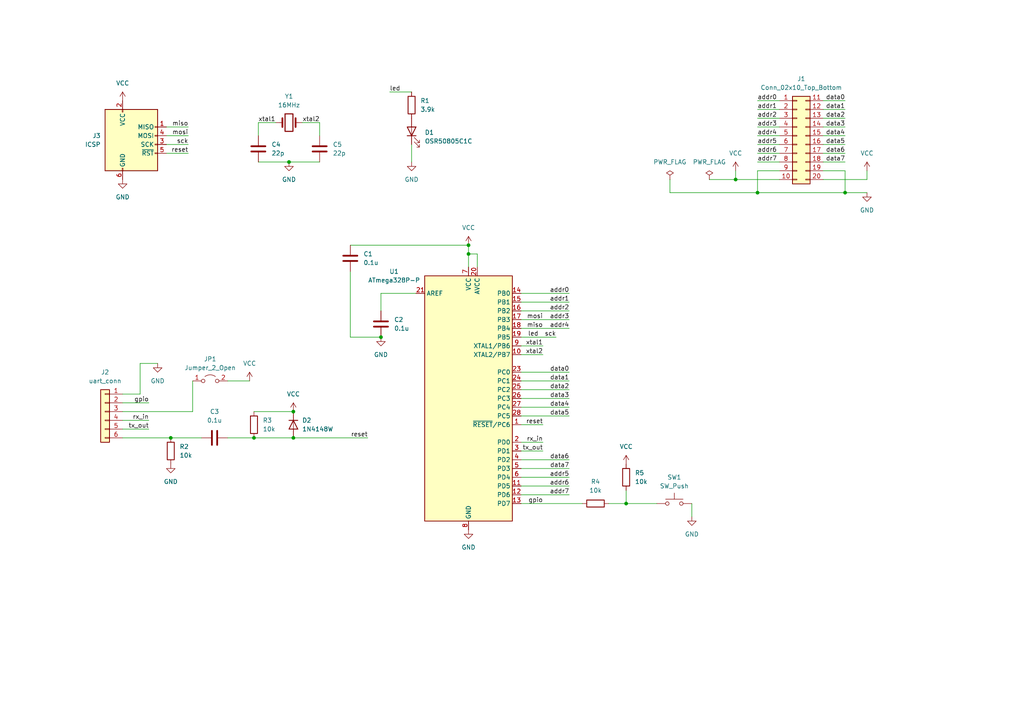
<source format=kicad_sch>
(kicad_sch (version 20211123) (generator eeschema)

  (uuid 7a34034d-827a-48d2-9ea5-ae8128e3a135)

  (paper "A4")

  (lib_symbols
    (symbol "Connector:AVR-ISP-6" (pin_names (offset 1.016)) (in_bom yes) (on_board yes)
      (property "Reference" "J" (id 0) (at -6.35 11.43 0)
        (effects (font (size 1.27 1.27)) (justify left))
      )
      (property "Value" "AVR-ISP-6" (id 1) (at 0 11.43 0)
        (effects (font (size 1.27 1.27)) (justify left))
      )
      (property "Footprint" "" (id 2) (at -6.35 1.27 90)
        (effects (font (size 1.27 1.27)) hide)
      )
      (property "Datasheet" " ~" (id 3) (at -32.385 -13.97 0)
        (effects (font (size 1.27 1.27)) hide)
      )
      (property "ki_keywords" "AVR ISP Connector" (id 4) (at 0 0 0)
        (effects (font (size 1.27 1.27)) hide)
      )
      (property "ki_description" "Atmel 6-pin ISP connector" (id 5) (at 0 0 0)
        (effects (font (size 1.27 1.27)) hide)
      )
      (property "ki_fp_filters" "IDC?Header*2x03* Pin?Header*2x03*" (id 6) (at 0 0 0)
        (effects (font (size 1.27 1.27)) hide)
      )
      (symbol "AVR-ISP-6_0_1"
        (rectangle (start -2.667 -6.858) (end -2.413 -7.62)
          (stroke (width 0) (type default) (color 0 0 0 0))
          (fill (type none))
        )
        (rectangle (start -2.667 10.16) (end -2.413 9.398)
          (stroke (width 0) (type default) (color 0 0 0 0))
          (fill (type none))
        )
        (rectangle (start 7.62 -2.413) (end 6.858 -2.667)
          (stroke (width 0) (type default) (color 0 0 0 0))
          (fill (type none))
        )
        (rectangle (start 7.62 0.127) (end 6.858 -0.127)
          (stroke (width 0) (type default) (color 0 0 0 0))
          (fill (type none))
        )
        (rectangle (start 7.62 2.667) (end 6.858 2.413)
          (stroke (width 0) (type default) (color 0 0 0 0))
          (fill (type none))
        )
        (rectangle (start 7.62 5.207) (end 6.858 4.953)
          (stroke (width 0) (type default) (color 0 0 0 0))
          (fill (type none))
        )
        (rectangle (start 7.62 10.16) (end -7.62 -7.62)
          (stroke (width 0.254) (type default) (color 0 0 0 0))
          (fill (type background))
        )
      )
      (symbol "AVR-ISP-6_1_1"
        (pin passive line (at 10.16 5.08 180) (length 2.54)
          (name "MISO" (effects (font (size 1.27 1.27))))
          (number "1" (effects (font (size 1.27 1.27))))
        )
        (pin passive line (at -2.54 12.7 270) (length 2.54)
          (name "VCC" (effects (font (size 1.27 1.27))))
          (number "2" (effects (font (size 1.27 1.27))))
        )
        (pin passive line (at 10.16 0 180) (length 2.54)
          (name "SCK" (effects (font (size 1.27 1.27))))
          (number "3" (effects (font (size 1.27 1.27))))
        )
        (pin passive line (at 10.16 2.54 180) (length 2.54)
          (name "MOSI" (effects (font (size 1.27 1.27))))
          (number "4" (effects (font (size 1.27 1.27))))
        )
        (pin passive line (at 10.16 -2.54 180) (length 2.54)
          (name "~{RST}" (effects (font (size 1.27 1.27))))
          (number "5" (effects (font (size 1.27 1.27))))
        )
        (pin passive line (at -2.54 -10.16 90) (length 2.54)
          (name "GND" (effects (font (size 1.27 1.27))))
          (number "6" (effects (font (size 1.27 1.27))))
        )
      )
    )
    (symbol "Connector_Generic:Conn_01x06" (pin_names (offset 1.016) hide) (in_bom yes) (on_board yes)
      (property "Reference" "J" (id 0) (at 0 7.62 0)
        (effects (font (size 1.27 1.27)))
      )
      (property "Value" "Conn_01x06" (id 1) (at 0 -10.16 0)
        (effects (font (size 1.27 1.27)))
      )
      (property "Footprint" "" (id 2) (at 0 0 0)
        (effects (font (size 1.27 1.27)) hide)
      )
      (property "Datasheet" "~" (id 3) (at 0 0 0)
        (effects (font (size 1.27 1.27)) hide)
      )
      (property "ki_keywords" "connector" (id 4) (at 0 0 0)
        (effects (font (size 1.27 1.27)) hide)
      )
      (property "ki_description" "Generic connector, single row, 01x06, script generated (kicad-library-utils/schlib/autogen/connector/)" (id 5) (at 0 0 0)
        (effects (font (size 1.27 1.27)) hide)
      )
      (property "ki_fp_filters" "Connector*:*_1x??_*" (id 6) (at 0 0 0)
        (effects (font (size 1.27 1.27)) hide)
      )
      (symbol "Conn_01x06_1_1"
        (rectangle (start -1.27 -7.493) (end 0 -7.747)
          (stroke (width 0.1524) (type default) (color 0 0 0 0))
          (fill (type none))
        )
        (rectangle (start -1.27 -4.953) (end 0 -5.207)
          (stroke (width 0.1524) (type default) (color 0 0 0 0))
          (fill (type none))
        )
        (rectangle (start -1.27 -2.413) (end 0 -2.667)
          (stroke (width 0.1524) (type default) (color 0 0 0 0))
          (fill (type none))
        )
        (rectangle (start -1.27 0.127) (end 0 -0.127)
          (stroke (width 0.1524) (type default) (color 0 0 0 0))
          (fill (type none))
        )
        (rectangle (start -1.27 2.667) (end 0 2.413)
          (stroke (width 0.1524) (type default) (color 0 0 0 0))
          (fill (type none))
        )
        (rectangle (start -1.27 5.207) (end 0 4.953)
          (stroke (width 0.1524) (type default) (color 0 0 0 0))
          (fill (type none))
        )
        (rectangle (start -1.27 6.35) (end 1.27 -8.89)
          (stroke (width 0.254) (type default) (color 0 0 0 0))
          (fill (type background))
        )
        (pin passive line (at -5.08 5.08 0) (length 3.81)
          (name "Pin_1" (effects (font (size 1.27 1.27))))
          (number "1" (effects (font (size 1.27 1.27))))
        )
        (pin passive line (at -5.08 2.54 0) (length 3.81)
          (name "Pin_2" (effects (font (size 1.27 1.27))))
          (number "2" (effects (font (size 1.27 1.27))))
        )
        (pin passive line (at -5.08 0 0) (length 3.81)
          (name "Pin_3" (effects (font (size 1.27 1.27))))
          (number "3" (effects (font (size 1.27 1.27))))
        )
        (pin passive line (at -5.08 -2.54 0) (length 3.81)
          (name "Pin_4" (effects (font (size 1.27 1.27))))
          (number "4" (effects (font (size 1.27 1.27))))
        )
        (pin passive line (at -5.08 -5.08 0) (length 3.81)
          (name "Pin_5" (effects (font (size 1.27 1.27))))
          (number "5" (effects (font (size 1.27 1.27))))
        )
        (pin passive line (at -5.08 -7.62 0) (length 3.81)
          (name "Pin_6" (effects (font (size 1.27 1.27))))
          (number "6" (effects (font (size 1.27 1.27))))
        )
      )
    )
    (symbol "Connector_Generic:Conn_02x10_Top_Bottom" (pin_names (offset 1.016) hide) (in_bom yes) (on_board yes)
      (property "Reference" "J" (id 0) (at 1.27 12.7 0)
        (effects (font (size 1.27 1.27)))
      )
      (property "Value" "Conn_02x10_Top_Bottom" (id 1) (at 1.27 -15.24 0)
        (effects (font (size 1.27 1.27)))
      )
      (property "Footprint" "" (id 2) (at 0 0 0)
        (effects (font (size 1.27 1.27)) hide)
      )
      (property "Datasheet" "~" (id 3) (at 0 0 0)
        (effects (font (size 1.27 1.27)) hide)
      )
      (property "ki_keywords" "connector" (id 4) (at 0 0 0)
        (effects (font (size 1.27 1.27)) hide)
      )
      (property "ki_description" "Generic connector, double row, 02x10, top/bottom pin numbering scheme (row 1: 1...pins_per_row, row2: pins_per_row+1 ... num_pins), script generated (kicad-library-utils/schlib/autogen/connector/)" (id 5) (at 0 0 0)
        (effects (font (size 1.27 1.27)) hide)
      )
      (property "ki_fp_filters" "Connector*:*_2x??_*" (id 6) (at 0 0 0)
        (effects (font (size 1.27 1.27)) hide)
      )
      (symbol "Conn_02x10_Top_Bottom_1_1"
        (rectangle (start -1.27 -12.573) (end 0 -12.827)
          (stroke (width 0.1524) (type default) (color 0 0 0 0))
          (fill (type none))
        )
        (rectangle (start -1.27 -10.033) (end 0 -10.287)
          (stroke (width 0.1524) (type default) (color 0 0 0 0))
          (fill (type none))
        )
        (rectangle (start -1.27 -7.493) (end 0 -7.747)
          (stroke (width 0.1524) (type default) (color 0 0 0 0))
          (fill (type none))
        )
        (rectangle (start -1.27 -4.953) (end 0 -5.207)
          (stroke (width 0.1524) (type default) (color 0 0 0 0))
          (fill (type none))
        )
        (rectangle (start -1.27 -2.413) (end 0 -2.667)
          (stroke (width 0.1524) (type default) (color 0 0 0 0))
          (fill (type none))
        )
        (rectangle (start -1.27 0.127) (end 0 -0.127)
          (stroke (width 0.1524) (type default) (color 0 0 0 0))
          (fill (type none))
        )
        (rectangle (start -1.27 2.667) (end 0 2.413)
          (stroke (width 0.1524) (type default) (color 0 0 0 0))
          (fill (type none))
        )
        (rectangle (start -1.27 5.207) (end 0 4.953)
          (stroke (width 0.1524) (type default) (color 0 0 0 0))
          (fill (type none))
        )
        (rectangle (start -1.27 7.747) (end 0 7.493)
          (stroke (width 0.1524) (type default) (color 0 0 0 0))
          (fill (type none))
        )
        (rectangle (start -1.27 10.287) (end 0 10.033)
          (stroke (width 0.1524) (type default) (color 0 0 0 0))
          (fill (type none))
        )
        (rectangle (start -1.27 11.43) (end 3.81 -13.97)
          (stroke (width 0.254) (type default) (color 0 0 0 0))
          (fill (type background))
        )
        (rectangle (start 3.81 -12.573) (end 2.54 -12.827)
          (stroke (width 0.1524) (type default) (color 0 0 0 0))
          (fill (type none))
        )
        (rectangle (start 3.81 -10.033) (end 2.54 -10.287)
          (stroke (width 0.1524) (type default) (color 0 0 0 0))
          (fill (type none))
        )
        (rectangle (start 3.81 -7.493) (end 2.54 -7.747)
          (stroke (width 0.1524) (type default) (color 0 0 0 0))
          (fill (type none))
        )
        (rectangle (start 3.81 -4.953) (end 2.54 -5.207)
          (stroke (width 0.1524) (type default) (color 0 0 0 0))
          (fill (type none))
        )
        (rectangle (start 3.81 -2.413) (end 2.54 -2.667)
          (stroke (width 0.1524) (type default) (color 0 0 0 0))
          (fill (type none))
        )
        (rectangle (start 3.81 0.127) (end 2.54 -0.127)
          (stroke (width 0.1524) (type default) (color 0 0 0 0))
          (fill (type none))
        )
        (rectangle (start 3.81 2.667) (end 2.54 2.413)
          (stroke (width 0.1524) (type default) (color 0 0 0 0))
          (fill (type none))
        )
        (rectangle (start 3.81 5.207) (end 2.54 4.953)
          (stroke (width 0.1524) (type default) (color 0 0 0 0))
          (fill (type none))
        )
        (rectangle (start 3.81 7.747) (end 2.54 7.493)
          (stroke (width 0.1524) (type default) (color 0 0 0 0))
          (fill (type none))
        )
        (rectangle (start 3.81 10.287) (end 2.54 10.033)
          (stroke (width 0.1524) (type default) (color 0 0 0 0))
          (fill (type none))
        )
        (pin passive line (at -5.08 10.16 0) (length 3.81)
          (name "Pin_1" (effects (font (size 1.27 1.27))))
          (number "1" (effects (font (size 1.27 1.27))))
        )
        (pin passive line (at -5.08 -12.7 0) (length 3.81)
          (name "Pin_10" (effects (font (size 1.27 1.27))))
          (number "10" (effects (font (size 1.27 1.27))))
        )
        (pin passive line (at 7.62 10.16 180) (length 3.81)
          (name "Pin_11" (effects (font (size 1.27 1.27))))
          (number "11" (effects (font (size 1.27 1.27))))
        )
        (pin passive line (at 7.62 7.62 180) (length 3.81)
          (name "Pin_12" (effects (font (size 1.27 1.27))))
          (number "12" (effects (font (size 1.27 1.27))))
        )
        (pin passive line (at 7.62 5.08 180) (length 3.81)
          (name "Pin_13" (effects (font (size 1.27 1.27))))
          (number "13" (effects (font (size 1.27 1.27))))
        )
        (pin passive line (at 7.62 2.54 180) (length 3.81)
          (name "Pin_14" (effects (font (size 1.27 1.27))))
          (number "14" (effects (font (size 1.27 1.27))))
        )
        (pin passive line (at 7.62 0 180) (length 3.81)
          (name "Pin_15" (effects (font (size 1.27 1.27))))
          (number "15" (effects (font (size 1.27 1.27))))
        )
        (pin passive line (at 7.62 -2.54 180) (length 3.81)
          (name "Pin_16" (effects (font (size 1.27 1.27))))
          (number "16" (effects (font (size 1.27 1.27))))
        )
        (pin passive line (at 7.62 -5.08 180) (length 3.81)
          (name "Pin_17" (effects (font (size 1.27 1.27))))
          (number "17" (effects (font (size 1.27 1.27))))
        )
        (pin passive line (at 7.62 -7.62 180) (length 3.81)
          (name "Pin_18" (effects (font (size 1.27 1.27))))
          (number "18" (effects (font (size 1.27 1.27))))
        )
        (pin passive line (at 7.62 -10.16 180) (length 3.81)
          (name "Pin_19" (effects (font (size 1.27 1.27))))
          (number "19" (effects (font (size 1.27 1.27))))
        )
        (pin passive line (at -5.08 7.62 0) (length 3.81)
          (name "Pin_2" (effects (font (size 1.27 1.27))))
          (number "2" (effects (font (size 1.27 1.27))))
        )
        (pin passive line (at 7.62 -12.7 180) (length 3.81)
          (name "Pin_20" (effects (font (size 1.27 1.27))))
          (number "20" (effects (font (size 1.27 1.27))))
        )
        (pin passive line (at -5.08 5.08 0) (length 3.81)
          (name "Pin_3" (effects (font (size 1.27 1.27))))
          (number "3" (effects (font (size 1.27 1.27))))
        )
        (pin passive line (at -5.08 2.54 0) (length 3.81)
          (name "Pin_4" (effects (font (size 1.27 1.27))))
          (number "4" (effects (font (size 1.27 1.27))))
        )
        (pin passive line (at -5.08 0 0) (length 3.81)
          (name "Pin_5" (effects (font (size 1.27 1.27))))
          (number "5" (effects (font (size 1.27 1.27))))
        )
        (pin passive line (at -5.08 -2.54 0) (length 3.81)
          (name "Pin_6" (effects (font (size 1.27 1.27))))
          (number "6" (effects (font (size 1.27 1.27))))
        )
        (pin passive line (at -5.08 -5.08 0) (length 3.81)
          (name "Pin_7" (effects (font (size 1.27 1.27))))
          (number "7" (effects (font (size 1.27 1.27))))
        )
        (pin passive line (at -5.08 -7.62 0) (length 3.81)
          (name "Pin_8" (effects (font (size 1.27 1.27))))
          (number "8" (effects (font (size 1.27 1.27))))
        )
        (pin passive line (at -5.08 -10.16 0) (length 3.81)
          (name "Pin_9" (effects (font (size 1.27 1.27))))
          (number "9" (effects (font (size 1.27 1.27))))
        )
      )
    )
    (symbol "Device:C" (pin_numbers hide) (pin_names (offset 0.254)) (in_bom yes) (on_board yes)
      (property "Reference" "C" (id 0) (at 0.635 2.54 0)
        (effects (font (size 1.27 1.27)) (justify left))
      )
      (property "Value" "C" (id 1) (at 0.635 -2.54 0)
        (effects (font (size 1.27 1.27)) (justify left))
      )
      (property "Footprint" "" (id 2) (at 0.9652 -3.81 0)
        (effects (font (size 1.27 1.27)) hide)
      )
      (property "Datasheet" "~" (id 3) (at 0 0 0)
        (effects (font (size 1.27 1.27)) hide)
      )
      (property "ki_keywords" "cap capacitor" (id 4) (at 0 0 0)
        (effects (font (size 1.27 1.27)) hide)
      )
      (property "ki_description" "Unpolarized capacitor" (id 5) (at 0 0 0)
        (effects (font (size 1.27 1.27)) hide)
      )
      (property "ki_fp_filters" "C_*" (id 6) (at 0 0 0)
        (effects (font (size 1.27 1.27)) hide)
      )
      (symbol "C_0_1"
        (polyline
          (pts
            (xy -2.032 -0.762)
            (xy 2.032 -0.762)
          )
          (stroke (width 0.508) (type default) (color 0 0 0 0))
          (fill (type none))
        )
        (polyline
          (pts
            (xy -2.032 0.762)
            (xy 2.032 0.762)
          )
          (stroke (width 0.508) (type default) (color 0 0 0 0))
          (fill (type none))
        )
      )
      (symbol "C_1_1"
        (pin passive line (at 0 3.81 270) (length 2.794)
          (name "~" (effects (font (size 1.27 1.27))))
          (number "1" (effects (font (size 1.27 1.27))))
        )
        (pin passive line (at 0 -3.81 90) (length 2.794)
          (name "~" (effects (font (size 1.27 1.27))))
          (number "2" (effects (font (size 1.27 1.27))))
        )
      )
    )
    (symbol "Device:Crystal" (pin_numbers hide) (pin_names (offset 1.016) hide) (in_bom yes) (on_board yes)
      (property "Reference" "Y" (id 0) (at 0 3.81 0)
        (effects (font (size 1.27 1.27)))
      )
      (property "Value" "Crystal" (id 1) (at 0 -3.81 0)
        (effects (font (size 1.27 1.27)))
      )
      (property "Footprint" "" (id 2) (at 0 0 0)
        (effects (font (size 1.27 1.27)) hide)
      )
      (property "Datasheet" "~" (id 3) (at 0 0 0)
        (effects (font (size 1.27 1.27)) hide)
      )
      (property "ki_keywords" "quartz ceramic resonator oscillator" (id 4) (at 0 0 0)
        (effects (font (size 1.27 1.27)) hide)
      )
      (property "ki_description" "Two pin crystal" (id 5) (at 0 0 0)
        (effects (font (size 1.27 1.27)) hide)
      )
      (property "ki_fp_filters" "Crystal*" (id 6) (at 0 0 0)
        (effects (font (size 1.27 1.27)) hide)
      )
      (symbol "Crystal_0_1"
        (rectangle (start -1.143 2.54) (end 1.143 -2.54)
          (stroke (width 0.3048) (type default) (color 0 0 0 0))
          (fill (type none))
        )
        (polyline
          (pts
            (xy -2.54 0)
            (xy -1.905 0)
          )
          (stroke (width 0) (type default) (color 0 0 0 0))
          (fill (type none))
        )
        (polyline
          (pts
            (xy -1.905 -1.27)
            (xy -1.905 1.27)
          )
          (stroke (width 0.508) (type default) (color 0 0 0 0))
          (fill (type none))
        )
        (polyline
          (pts
            (xy 1.905 -1.27)
            (xy 1.905 1.27)
          )
          (stroke (width 0.508) (type default) (color 0 0 0 0))
          (fill (type none))
        )
        (polyline
          (pts
            (xy 2.54 0)
            (xy 1.905 0)
          )
          (stroke (width 0) (type default) (color 0 0 0 0))
          (fill (type none))
        )
      )
      (symbol "Crystal_1_1"
        (pin passive line (at -3.81 0 0) (length 1.27)
          (name "1" (effects (font (size 1.27 1.27))))
          (number "1" (effects (font (size 1.27 1.27))))
        )
        (pin passive line (at 3.81 0 180) (length 1.27)
          (name "2" (effects (font (size 1.27 1.27))))
          (number "2" (effects (font (size 1.27 1.27))))
        )
      )
    )
    (symbol "Device:D" (pin_numbers hide) (pin_names (offset 1.016) hide) (in_bom yes) (on_board yes)
      (property "Reference" "D" (id 0) (at 0 2.54 0)
        (effects (font (size 1.27 1.27)))
      )
      (property "Value" "D" (id 1) (at 0 -2.54 0)
        (effects (font (size 1.27 1.27)))
      )
      (property "Footprint" "" (id 2) (at 0 0 0)
        (effects (font (size 1.27 1.27)) hide)
      )
      (property "Datasheet" "~" (id 3) (at 0 0 0)
        (effects (font (size 1.27 1.27)) hide)
      )
      (property "ki_keywords" "diode" (id 4) (at 0 0 0)
        (effects (font (size 1.27 1.27)) hide)
      )
      (property "ki_description" "Diode" (id 5) (at 0 0 0)
        (effects (font (size 1.27 1.27)) hide)
      )
      (property "ki_fp_filters" "TO-???* *_Diode_* *SingleDiode* D_*" (id 6) (at 0 0 0)
        (effects (font (size 1.27 1.27)) hide)
      )
      (symbol "D_0_1"
        (polyline
          (pts
            (xy -1.27 1.27)
            (xy -1.27 -1.27)
          )
          (stroke (width 0.254) (type default) (color 0 0 0 0))
          (fill (type none))
        )
        (polyline
          (pts
            (xy 1.27 0)
            (xy -1.27 0)
          )
          (stroke (width 0) (type default) (color 0 0 0 0))
          (fill (type none))
        )
        (polyline
          (pts
            (xy 1.27 1.27)
            (xy 1.27 -1.27)
            (xy -1.27 0)
            (xy 1.27 1.27)
          )
          (stroke (width 0.254) (type default) (color 0 0 0 0))
          (fill (type none))
        )
      )
      (symbol "D_1_1"
        (pin passive line (at -3.81 0 0) (length 2.54)
          (name "K" (effects (font (size 1.27 1.27))))
          (number "1" (effects (font (size 1.27 1.27))))
        )
        (pin passive line (at 3.81 0 180) (length 2.54)
          (name "A" (effects (font (size 1.27 1.27))))
          (number "2" (effects (font (size 1.27 1.27))))
        )
      )
    )
    (symbol "Device:LED" (pin_numbers hide) (pin_names (offset 1.016) hide) (in_bom yes) (on_board yes)
      (property "Reference" "D" (id 0) (at 0 2.54 0)
        (effects (font (size 1.27 1.27)))
      )
      (property "Value" "LED" (id 1) (at 0 -2.54 0)
        (effects (font (size 1.27 1.27)))
      )
      (property "Footprint" "" (id 2) (at 0 0 0)
        (effects (font (size 1.27 1.27)) hide)
      )
      (property "Datasheet" "~" (id 3) (at 0 0 0)
        (effects (font (size 1.27 1.27)) hide)
      )
      (property "ki_keywords" "LED diode" (id 4) (at 0 0 0)
        (effects (font (size 1.27 1.27)) hide)
      )
      (property "ki_description" "Light emitting diode" (id 5) (at 0 0 0)
        (effects (font (size 1.27 1.27)) hide)
      )
      (property "ki_fp_filters" "LED* LED_SMD:* LED_THT:*" (id 6) (at 0 0 0)
        (effects (font (size 1.27 1.27)) hide)
      )
      (symbol "LED_0_1"
        (polyline
          (pts
            (xy -1.27 -1.27)
            (xy -1.27 1.27)
          )
          (stroke (width 0.254) (type default) (color 0 0 0 0))
          (fill (type none))
        )
        (polyline
          (pts
            (xy -1.27 0)
            (xy 1.27 0)
          )
          (stroke (width 0) (type default) (color 0 0 0 0))
          (fill (type none))
        )
        (polyline
          (pts
            (xy 1.27 -1.27)
            (xy 1.27 1.27)
            (xy -1.27 0)
            (xy 1.27 -1.27)
          )
          (stroke (width 0.254) (type default) (color 0 0 0 0))
          (fill (type none))
        )
        (polyline
          (pts
            (xy -3.048 -0.762)
            (xy -4.572 -2.286)
            (xy -3.81 -2.286)
            (xy -4.572 -2.286)
            (xy -4.572 -1.524)
          )
          (stroke (width 0) (type default) (color 0 0 0 0))
          (fill (type none))
        )
        (polyline
          (pts
            (xy -1.778 -0.762)
            (xy -3.302 -2.286)
            (xy -2.54 -2.286)
            (xy -3.302 -2.286)
            (xy -3.302 -1.524)
          )
          (stroke (width 0) (type default) (color 0 0 0 0))
          (fill (type none))
        )
      )
      (symbol "LED_1_1"
        (pin passive line (at -3.81 0 0) (length 2.54)
          (name "K" (effects (font (size 1.27 1.27))))
          (number "1" (effects (font (size 1.27 1.27))))
        )
        (pin passive line (at 3.81 0 180) (length 2.54)
          (name "A" (effects (font (size 1.27 1.27))))
          (number "2" (effects (font (size 1.27 1.27))))
        )
      )
    )
    (symbol "Device:R" (pin_numbers hide) (pin_names (offset 0)) (in_bom yes) (on_board yes)
      (property "Reference" "R" (id 0) (at 2.032 0 90)
        (effects (font (size 1.27 1.27)))
      )
      (property "Value" "R" (id 1) (at 0 0 90)
        (effects (font (size 1.27 1.27)))
      )
      (property "Footprint" "" (id 2) (at -1.778 0 90)
        (effects (font (size 1.27 1.27)) hide)
      )
      (property "Datasheet" "~" (id 3) (at 0 0 0)
        (effects (font (size 1.27 1.27)) hide)
      )
      (property "ki_keywords" "R res resistor" (id 4) (at 0 0 0)
        (effects (font (size 1.27 1.27)) hide)
      )
      (property "ki_description" "Resistor" (id 5) (at 0 0 0)
        (effects (font (size 1.27 1.27)) hide)
      )
      (property "ki_fp_filters" "R_*" (id 6) (at 0 0 0)
        (effects (font (size 1.27 1.27)) hide)
      )
      (symbol "R_0_1"
        (rectangle (start -1.016 -2.54) (end 1.016 2.54)
          (stroke (width 0.254) (type default) (color 0 0 0 0))
          (fill (type none))
        )
      )
      (symbol "R_1_1"
        (pin passive line (at 0 3.81 270) (length 1.27)
          (name "~" (effects (font (size 1.27 1.27))))
          (number "1" (effects (font (size 1.27 1.27))))
        )
        (pin passive line (at 0 -3.81 90) (length 1.27)
          (name "~" (effects (font (size 1.27 1.27))))
          (number "2" (effects (font (size 1.27 1.27))))
        )
      )
    )
    (symbol "Jumper:Jumper_2_Open" (pin_names (offset 0) hide) (in_bom yes) (on_board yes)
      (property "Reference" "JP" (id 0) (at 0 2.794 0)
        (effects (font (size 1.27 1.27)))
      )
      (property "Value" "Jumper_2_Open" (id 1) (at 0 -2.286 0)
        (effects (font (size 1.27 1.27)))
      )
      (property "Footprint" "" (id 2) (at 0 0 0)
        (effects (font (size 1.27 1.27)) hide)
      )
      (property "Datasheet" "~" (id 3) (at 0 0 0)
        (effects (font (size 1.27 1.27)) hide)
      )
      (property "ki_keywords" "Jumper SPST" (id 4) (at 0 0 0)
        (effects (font (size 1.27 1.27)) hide)
      )
      (property "ki_description" "Jumper, 2-pole, open" (id 5) (at 0 0 0)
        (effects (font (size 1.27 1.27)) hide)
      )
      (property "ki_fp_filters" "Jumper* TestPoint*2Pads* TestPoint*Bridge*" (id 6) (at 0 0 0)
        (effects (font (size 1.27 1.27)) hide)
      )
      (symbol "Jumper_2_Open_0_0"
        (circle (center -2.032 0) (radius 0.508)
          (stroke (width 0) (type default) (color 0 0 0 0))
          (fill (type none))
        )
        (circle (center 2.032 0) (radius 0.508)
          (stroke (width 0) (type default) (color 0 0 0 0))
          (fill (type none))
        )
      )
      (symbol "Jumper_2_Open_0_1"
        (arc (start 1.524 1.27) (mid 0 1.778) (end -1.524 1.27)
          (stroke (width 0) (type default) (color 0 0 0 0))
          (fill (type none))
        )
      )
      (symbol "Jumper_2_Open_1_1"
        (pin passive line (at -5.08 0 0) (length 2.54)
          (name "A" (effects (font (size 1.27 1.27))))
          (number "1" (effects (font (size 1.27 1.27))))
        )
        (pin passive line (at 5.08 0 180) (length 2.54)
          (name "B" (effects (font (size 1.27 1.27))))
          (number "2" (effects (font (size 1.27 1.27))))
        )
      )
    )
    (symbol "MCU_Microchip_ATmega:ATmega328P-P" (in_bom yes) (on_board yes)
      (property "Reference" "U" (id 0) (at -12.7 36.83 0)
        (effects (font (size 1.27 1.27)) (justify left bottom))
      )
      (property "Value" "ATmega328P-P" (id 1) (at 2.54 -36.83 0)
        (effects (font (size 1.27 1.27)) (justify left top))
      )
      (property "Footprint" "Package_DIP:DIP-28_W7.62mm" (id 2) (at 0 0 0)
        (effects (font (size 1.27 1.27) italic) hide)
      )
      (property "Datasheet" "http://ww1.microchip.com/downloads/en/DeviceDoc/ATmega328_P%20AVR%20MCU%20with%20picoPower%20Technology%20Data%20Sheet%2040001984A.pdf" (id 3) (at 0 0 0)
        (effects (font (size 1.27 1.27)) hide)
      )
      (property "ki_keywords" "AVR 8bit Microcontroller MegaAVR PicoPower" (id 4) (at 0 0 0)
        (effects (font (size 1.27 1.27)) hide)
      )
      (property "ki_description" "20MHz, 32kB Flash, 2kB SRAM, 1kB EEPROM, DIP-28" (id 5) (at 0 0 0)
        (effects (font (size 1.27 1.27)) hide)
      )
      (property "ki_fp_filters" "DIP*W7.62mm*" (id 6) (at 0 0 0)
        (effects (font (size 1.27 1.27)) hide)
      )
      (symbol "ATmega328P-P_0_1"
        (rectangle (start -12.7 -35.56) (end 12.7 35.56)
          (stroke (width 0.254) (type default) (color 0 0 0 0))
          (fill (type background))
        )
      )
      (symbol "ATmega328P-P_1_1"
        (pin bidirectional line (at 15.24 -7.62 180) (length 2.54)
          (name "~{RESET}/PC6" (effects (font (size 1.27 1.27))))
          (number "1" (effects (font (size 1.27 1.27))))
        )
        (pin bidirectional line (at 15.24 12.7 180) (length 2.54)
          (name "XTAL2/PB7" (effects (font (size 1.27 1.27))))
          (number "10" (effects (font (size 1.27 1.27))))
        )
        (pin bidirectional line (at 15.24 -25.4 180) (length 2.54)
          (name "PD5" (effects (font (size 1.27 1.27))))
          (number "11" (effects (font (size 1.27 1.27))))
        )
        (pin bidirectional line (at 15.24 -27.94 180) (length 2.54)
          (name "PD6" (effects (font (size 1.27 1.27))))
          (number "12" (effects (font (size 1.27 1.27))))
        )
        (pin bidirectional line (at 15.24 -30.48 180) (length 2.54)
          (name "PD7" (effects (font (size 1.27 1.27))))
          (number "13" (effects (font (size 1.27 1.27))))
        )
        (pin bidirectional line (at 15.24 30.48 180) (length 2.54)
          (name "PB0" (effects (font (size 1.27 1.27))))
          (number "14" (effects (font (size 1.27 1.27))))
        )
        (pin bidirectional line (at 15.24 27.94 180) (length 2.54)
          (name "PB1" (effects (font (size 1.27 1.27))))
          (number "15" (effects (font (size 1.27 1.27))))
        )
        (pin bidirectional line (at 15.24 25.4 180) (length 2.54)
          (name "PB2" (effects (font (size 1.27 1.27))))
          (number "16" (effects (font (size 1.27 1.27))))
        )
        (pin bidirectional line (at 15.24 22.86 180) (length 2.54)
          (name "PB3" (effects (font (size 1.27 1.27))))
          (number "17" (effects (font (size 1.27 1.27))))
        )
        (pin bidirectional line (at 15.24 20.32 180) (length 2.54)
          (name "PB4" (effects (font (size 1.27 1.27))))
          (number "18" (effects (font (size 1.27 1.27))))
        )
        (pin bidirectional line (at 15.24 17.78 180) (length 2.54)
          (name "PB5" (effects (font (size 1.27 1.27))))
          (number "19" (effects (font (size 1.27 1.27))))
        )
        (pin bidirectional line (at 15.24 -12.7 180) (length 2.54)
          (name "PD0" (effects (font (size 1.27 1.27))))
          (number "2" (effects (font (size 1.27 1.27))))
        )
        (pin power_in line (at 2.54 38.1 270) (length 2.54)
          (name "AVCC" (effects (font (size 1.27 1.27))))
          (number "20" (effects (font (size 1.27 1.27))))
        )
        (pin passive line (at -15.24 30.48 0) (length 2.54)
          (name "AREF" (effects (font (size 1.27 1.27))))
          (number "21" (effects (font (size 1.27 1.27))))
        )
        (pin passive line (at 0 -38.1 90) (length 2.54) hide
          (name "GND" (effects (font (size 1.27 1.27))))
          (number "22" (effects (font (size 1.27 1.27))))
        )
        (pin bidirectional line (at 15.24 7.62 180) (length 2.54)
          (name "PC0" (effects (font (size 1.27 1.27))))
          (number "23" (effects (font (size 1.27 1.27))))
        )
        (pin bidirectional line (at 15.24 5.08 180) (length 2.54)
          (name "PC1" (effects (font (size 1.27 1.27))))
          (number "24" (effects (font (size 1.27 1.27))))
        )
        (pin bidirectional line (at 15.24 2.54 180) (length 2.54)
          (name "PC2" (effects (font (size 1.27 1.27))))
          (number "25" (effects (font (size 1.27 1.27))))
        )
        (pin bidirectional line (at 15.24 0 180) (length 2.54)
          (name "PC3" (effects (font (size 1.27 1.27))))
          (number "26" (effects (font (size 1.27 1.27))))
        )
        (pin bidirectional line (at 15.24 -2.54 180) (length 2.54)
          (name "PC4" (effects (font (size 1.27 1.27))))
          (number "27" (effects (font (size 1.27 1.27))))
        )
        (pin bidirectional line (at 15.24 -5.08 180) (length 2.54)
          (name "PC5" (effects (font (size 1.27 1.27))))
          (number "28" (effects (font (size 1.27 1.27))))
        )
        (pin bidirectional line (at 15.24 -15.24 180) (length 2.54)
          (name "PD1" (effects (font (size 1.27 1.27))))
          (number "3" (effects (font (size 1.27 1.27))))
        )
        (pin bidirectional line (at 15.24 -17.78 180) (length 2.54)
          (name "PD2" (effects (font (size 1.27 1.27))))
          (number "4" (effects (font (size 1.27 1.27))))
        )
        (pin bidirectional line (at 15.24 -20.32 180) (length 2.54)
          (name "PD3" (effects (font (size 1.27 1.27))))
          (number "5" (effects (font (size 1.27 1.27))))
        )
        (pin bidirectional line (at 15.24 -22.86 180) (length 2.54)
          (name "PD4" (effects (font (size 1.27 1.27))))
          (number "6" (effects (font (size 1.27 1.27))))
        )
        (pin power_in line (at 0 38.1 270) (length 2.54)
          (name "VCC" (effects (font (size 1.27 1.27))))
          (number "7" (effects (font (size 1.27 1.27))))
        )
        (pin power_in line (at 0 -38.1 90) (length 2.54)
          (name "GND" (effects (font (size 1.27 1.27))))
          (number "8" (effects (font (size 1.27 1.27))))
        )
        (pin bidirectional line (at 15.24 15.24 180) (length 2.54)
          (name "XTAL1/PB6" (effects (font (size 1.27 1.27))))
          (number "9" (effects (font (size 1.27 1.27))))
        )
      )
    )
    (symbol "Switch:SW_Push" (pin_numbers hide) (pin_names (offset 1.016) hide) (in_bom yes) (on_board yes)
      (property "Reference" "SW" (id 0) (at 1.27 2.54 0)
        (effects (font (size 1.27 1.27)) (justify left))
      )
      (property "Value" "SW_Push" (id 1) (at 0 -1.524 0)
        (effects (font (size 1.27 1.27)))
      )
      (property "Footprint" "" (id 2) (at 0 5.08 0)
        (effects (font (size 1.27 1.27)) hide)
      )
      (property "Datasheet" "~" (id 3) (at 0 5.08 0)
        (effects (font (size 1.27 1.27)) hide)
      )
      (property "ki_keywords" "switch normally-open pushbutton push-button" (id 4) (at 0 0 0)
        (effects (font (size 1.27 1.27)) hide)
      )
      (property "ki_description" "Push button switch, generic, two pins" (id 5) (at 0 0 0)
        (effects (font (size 1.27 1.27)) hide)
      )
      (symbol "SW_Push_0_1"
        (circle (center -2.032 0) (radius 0.508)
          (stroke (width 0) (type default) (color 0 0 0 0))
          (fill (type none))
        )
        (polyline
          (pts
            (xy 0 1.27)
            (xy 0 3.048)
          )
          (stroke (width 0) (type default) (color 0 0 0 0))
          (fill (type none))
        )
        (polyline
          (pts
            (xy 2.54 1.27)
            (xy -2.54 1.27)
          )
          (stroke (width 0) (type default) (color 0 0 0 0))
          (fill (type none))
        )
        (circle (center 2.032 0) (radius 0.508)
          (stroke (width 0) (type default) (color 0 0 0 0))
          (fill (type none))
        )
        (pin passive line (at -5.08 0 0) (length 2.54)
          (name "1" (effects (font (size 1.27 1.27))))
          (number "1" (effects (font (size 1.27 1.27))))
        )
        (pin passive line (at 5.08 0 180) (length 2.54)
          (name "2" (effects (font (size 1.27 1.27))))
          (number "2" (effects (font (size 1.27 1.27))))
        )
      )
    )
    (symbol "power:GND" (power) (pin_names (offset 0)) (in_bom yes) (on_board yes)
      (property "Reference" "#PWR" (id 0) (at 0 -6.35 0)
        (effects (font (size 1.27 1.27)) hide)
      )
      (property "Value" "GND" (id 1) (at 0 -3.81 0)
        (effects (font (size 1.27 1.27)))
      )
      (property "Footprint" "" (id 2) (at 0 0 0)
        (effects (font (size 1.27 1.27)) hide)
      )
      (property "Datasheet" "" (id 3) (at 0 0 0)
        (effects (font (size 1.27 1.27)) hide)
      )
      (property "ki_keywords" "power-flag" (id 4) (at 0 0 0)
        (effects (font (size 1.27 1.27)) hide)
      )
      (property "ki_description" "Power symbol creates a global label with name \"GND\" , ground" (id 5) (at 0 0 0)
        (effects (font (size 1.27 1.27)) hide)
      )
      (symbol "GND_0_1"
        (polyline
          (pts
            (xy 0 0)
            (xy 0 -1.27)
            (xy 1.27 -1.27)
            (xy 0 -2.54)
            (xy -1.27 -1.27)
            (xy 0 -1.27)
          )
          (stroke (width 0) (type default) (color 0 0 0 0))
          (fill (type none))
        )
      )
      (symbol "GND_1_1"
        (pin power_in line (at 0 0 270) (length 0) hide
          (name "GND" (effects (font (size 1.27 1.27))))
          (number "1" (effects (font (size 1.27 1.27))))
        )
      )
    )
    (symbol "power:PWR_FLAG" (power) (pin_numbers hide) (pin_names (offset 0) hide) (in_bom yes) (on_board yes)
      (property "Reference" "#FLG" (id 0) (at 0 1.905 0)
        (effects (font (size 1.27 1.27)) hide)
      )
      (property "Value" "PWR_FLAG" (id 1) (at 0 3.81 0)
        (effects (font (size 1.27 1.27)))
      )
      (property "Footprint" "" (id 2) (at 0 0 0)
        (effects (font (size 1.27 1.27)) hide)
      )
      (property "Datasheet" "~" (id 3) (at 0 0 0)
        (effects (font (size 1.27 1.27)) hide)
      )
      (property "ki_keywords" "power-flag" (id 4) (at 0 0 0)
        (effects (font (size 1.27 1.27)) hide)
      )
      (property "ki_description" "Special symbol for telling ERC where power comes from" (id 5) (at 0 0 0)
        (effects (font (size 1.27 1.27)) hide)
      )
      (symbol "PWR_FLAG_0_0"
        (pin power_out line (at 0 0 90) (length 0)
          (name "pwr" (effects (font (size 1.27 1.27))))
          (number "1" (effects (font (size 1.27 1.27))))
        )
      )
      (symbol "PWR_FLAG_0_1"
        (polyline
          (pts
            (xy 0 0)
            (xy 0 1.27)
            (xy -1.016 1.905)
            (xy 0 2.54)
            (xy 1.016 1.905)
            (xy 0 1.27)
          )
          (stroke (width 0) (type default) (color 0 0 0 0))
          (fill (type none))
        )
      )
    )
    (symbol "power:VCC" (power) (pin_names (offset 0)) (in_bom yes) (on_board yes)
      (property "Reference" "#PWR" (id 0) (at 0 -3.81 0)
        (effects (font (size 1.27 1.27)) hide)
      )
      (property "Value" "VCC" (id 1) (at 0 3.81 0)
        (effects (font (size 1.27 1.27)))
      )
      (property "Footprint" "" (id 2) (at 0 0 0)
        (effects (font (size 1.27 1.27)) hide)
      )
      (property "Datasheet" "" (id 3) (at 0 0 0)
        (effects (font (size 1.27 1.27)) hide)
      )
      (property "ki_keywords" "power-flag" (id 4) (at 0 0 0)
        (effects (font (size 1.27 1.27)) hide)
      )
      (property "ki_description" "Power symbol creates a global label with name \"VCC\"" (id 5) (at 0 0 0)
        (effects (font (size 1.27 1.27)) hide)
      )
      (symbol "VCC_0_1"
        (polyline
          (pts
            (xy -0.762 1.27)
            (xy 0 2.54)
          )
          (stroke (width 0) (type default) (color 0 0 0 0))
          (fill (type none))
        )
        (polyline
          (pts
            (xy 0 0)
            (xy 0 2.54)
          )
          (stroke (width 0) (type default) (color 0 0 0 0))
          (fill (type none))
        )
        (polyline
          (pts
            (xy 0 2.54)
            (xy 0.762 1.27)
          )
          (stroke (width 0) (type default) (color 0 0 0 0))
          (fill (type none))
        )
      )
      (symbol "VCC_1_1"
        (pin power_in line (at 0 0 90) (length 0) hide
          (name "VCC" (effects (font (size 1.27 1.27))))
          (number "1" (effects (font (size 1.27 1.27))))
        )
      )
    )
  )

  (junction (at 83.82 46.99) (diameter 0) (color 0 0 0 0)
    (uuid 021b2d69-a9cd-4da6-96cb-34c5471ab313)
  )
  (junction (at 135.89 73.66) (diameter 0) (color 0 0 0 0)
    (uuid 02565f97-cd17-42be-94e0-c07f1614224c)
  )
  (junction (at 219.71 55.88) (diameter 0) (color 0 0 0 0)
    (uuid 199b2763-ece3-4130-8a19-9442ab7a2466)
  )
  (junction (at 245.11 55.88) (diameter 0) (color 0 0 0 0)
    (uuid 20b5bf70-e4f8-4af3-a29d-328d67b94ee4)
  )
  (junction (at 135.89 71.12) (diameter 0) (color 0 0 0 0)
    (uuid 5bffc67e-1f19-4ce8-a04b-5942212e56a5)
  )
  (junction (at 181.61 146.05) (diameter 0) (color 0 0 0 0)
    (uuid 788c5c01-9b32-4e5b-9b64-1d4ebe6fafbd)
  )
  (junction (at 85.09 127) (diameter 0) (color 0 0 0 0)
    (uuid a24c495d-6be2-4999-9a23-d78f9efcd58e)
  )
  (junction (at 110.49 97.79) (diameter 0) (color 0 0 0 0)
    (uuid bab9a1de-c8d3-471f-9075-142844f4fafd)
  )
  (junction (at 49.53 127) (diameter 0) (color 0 0 0 0)
    (uuid d54152f9-c36d-467e-9e7d-25b7302beb08)
  )
  (junction (at 85.09 119.38) (diameter 0) (color 0 0 0 0)
    (uuid d901abd5-91b2-41ed-b520-c8d0d63a98b1)
  )
  (junction (at 213.36 52.07) (diameter 0) (color 0 0 0 0)
    (uuid dee9ce1a-6cb0-4bb0-8de3-b15c5cc9c60d)
  )
  (junction (at 73.66 127) (diameter 0) (color 0 0 0 0)
    (uuid e452492d-035a-4361-8fab-fa3eca341746)
  )

  (wire (pts (xy 48.26 36.83) (xy 54.61 36.83))
    (stroke (width 0) (type default) (color 0 0 0 0))
    (uuid 004f1cac-5431-476d-8d12-f0d7e1d2971c)
  )
  (wire (pts (xy 110.49 85.09) (xy 120.65 85.09))
    (stroke (width 0) (type default) (color 0 0 0 0))
    (uuid 011a5828-4c3c-4dde-9bdb-284a3f3c4a43)
  )
  (wire (pts (xy 101.6 71.12) (xy 135.89 71.12))
    (stroke (width 0) (type default) (color 0 0 0 0))
    (uuid 01f18b55-48d6-4a40-88ea-e5978dc6c964)
  )
  (wire (pts (xy 219.71 46.99) (xy 226.06 46.99))
    (stroke (width 0) (type default) (color 0 0 0 0))
    (uuid 0344f435-3dd8-43ba-b18c-7b81844faf76)
  )
  (wire (pts (xy 238.76 41.91) (xy 245.11 41.91))
    (stroke (width 0) (type default) (color 0 0 0 0))
    (uuid 051c7b3c-397e-4665-9de8-f4bb13e00333)
  )
  (wire (pts (xy 151.13 120.65) (xy 165.1 120.65))
    (stroke (width 0) (type default) (color 0 0 0 0))
    (uuid 07511f7c-e52b-4b43-b311-b8d7d991a0b1)
  )
  (wire (pts (xy 151.13 107.95) (xy 165.1 107.95))
    (stroke (width 0) (type default) (color 0 0 0 0))
    (uuid 0a512736-9db6-4093-98c5-8298b2002bd9)
  )
  (wire (pts (xy 151.13 128.27) (xy 157.48 128.27))
    (stroke (width 0) (type default) (color 0 0 0 0))
    (uuid 0b9dfbfe-1e19-4396-b6a1-78bceb1cec64)
  )
  (wire (pts (xy 151.13 133.35) (xy 165.1 133.35))
    (stroke (width 0) (type default) (color 0 0 0 0))
    (uuid 0c68f4e2-7461-49a7-9120-f7c21b54c835)
  )
  (wire (pts (xy 92.71 35.56) (xy 92.71 39.37))
    (stroke (width 0) (type default) (color 0 0 0 0))
    (uuid 0e5c956a-0664-4fcf-9bb1-1eae993c2225)
  )
  (wire (pts (xy 101.6 97.79) (xy 110.49 97.79))
    (stroke (width 0) (type default) (color 0 0 0 0))
    (uuid 1995a1af-4656-4a47-a563-d0a3f10ab4cf)
  )
  (wire (pts (xy 238.76 46.99) (xy 245.11 46.99))
    (stroke (width 0) (type default) (color 0 0 0 0))
    (uuid 1bd90feb-e411-4974-af68-4b29929c1577)
  )
  (wire (pts (xy 226.06 49.53) (xy 219.71 49.53))
    (stroke (width 0) (type default) (color 0 0 0 0))
    (uuid 2085143f-58f2-40c4-ba7a-1234773b79c8)
  )
  (wire (pts (xy 219.71 55.88) (xy 245.11 55.88))
    (stroke (width 0) (type default) (color 0 0 0 0))
    (uuid 228abde2-30c7-4eae-aeea-cad404370c79)
  )
  (wire (pts (xy 151.13 143.51) (xy 165.1 143.51))
    (stroke (width 0) (type default) (color 0 0 0 0))
    (uuid 2561aedf-b413-446e-854d-9572d9cc257e)
  )
  (wire (pts (xy 251.46 55.88) (xy 245.11 55.88))
    (stroke (width 0) (type default) (color 0 0 0 0))
    (uuid 35309f72-16f3-4370-ab44-8b2574986601)
  )
  (wire (pts (xy 181.61 146.05) (xy 190.5 146.05))
    (stroke (width 0) (type default) (color 0 0 0 0))
    (uuid 3596fcad-6267-41d9-8c9e-0395c6b3a938)
  )
  (wire (pts (xy 151.13 92.71) (xy 165.1 92.71))
    (stroke (width 0) (type default) (color 0 0 0 0))
    (uuid 36815cf6-0422-444c-a3e8-ed66ef92f617)
  )
  (wire (pts (xy 151.13 100.33) (xy 157.48 100.33))
    (stroke (width 0) (type default) (color 0 0 0 0))
    (uuid 375c7386-b2fa-41e4-9578-da51d4d7b33c)
  )
  (wire (pts (xy 113.03 26.67) (xy 119.38 26.67))
    (stroke (width 0) (type default) (color 0 0 0 0))
    (uuid 3d243fdb-41fd-499a-9e6c-1ff5343cde77)
  )
  (wire (pts (xy 238.76 34.29) (xy 245.11 34.29))
    (stroke (width 0) (type default) (color 0 0 0 0))
    (uuid 3d51ddb5-5502-42b7-a100-21bb21c3b470)
  )
  (wire (pts (xy 87.63 35.56) (xy 92.71 35.56))
    (stroke (width 0) (type default) (color 0 0 0 0))
    (uuid 45234e68-f309-41ff-b7bf-09e6fd708b9a)
  )
  (wire (pts (xy 251.46 52.07) (xy 251.46 49.53))
    (stroke (width 0) (type default) (color 0 0 0 0))
    (uuid 46720509-b09e-453f-a0d2-060584690547)
  )
  (wire (pts (xy 238.76 29.21) (xy 245.11 29.21))
    (stroke (width 0) (type default) (color 0 0 0 0))
    (uuid 478c6feb-fd2b-4f05-ab5a-f1474afe01e4)
  )
  (wire (pts (xy 238.76 44.45) (xy 245.11 44.45))
    (stroke (width 0) (type default) (color 0 0 0 0))
    (uuid 4862d843-e409-41a1-84b2-b43d6410e8b8)
  )
  (wire (pts (xy 219.71 29.21) (xy 226.06 29.21))
    (stroke (width 0) (type default) (color 0 0 0 0))
    (uuid 4a40e094-f21a-4fb0-ba28-4ea9335dbc8c)
  )
  (wire (pts (xy 245.11 49.53) (xy 245.11 55.88))
    (stroke (width 0) (type default) (color 0 0 0 0))
    (uuid 4de377e2-e4b1-402e-b9e4-87b559446dac)
  )
  (wire (pts (xy 176.53 146.05) (xy 181.61 146.05))
    (stroke (width 0) (type default) (color 0 0 0 0))
    (uuid 4e3c25c2-19f8-49af-a99b-deb8d691b7cb)
  )
  (wire (pts (xy 151.13 102.87) (xy 157.48 102.87))
    (stroke (width 0) (type default) (color 0 0 0 0))
    (uuid 551a9c77-351f-46d5-a216-b0289f2b7181)
  )
  (wire (pts (xy 48.26 44.45) (xy 54.61 44.45))
    (stroke (width 0) (type default) (color 0 0 0 0))
    (uuid 55366e14-cec9-493d-901d-448b04d2f286)
  )
  (wire (pts (xy 219.71 49.53) (xy 219.71 55.88))
    (stroke (width 0) (type default) (color 0 0 0 0))
    (uuid 559dca71-873b-4231-b1ec-430d977b895c)
  )
  (wire (pts (xy 138.43 77.47) (xy 138.43 73.66))
    (stroke (width 0) (type default) (color 0 0 0 0))
    (uuid 55e93042-6fff-4546-87ec-edb8203e9985)
  )
  (wire (pts (xy 35.56 127) (xy 49.53 127))
    (stroke (width 0) (type default) (color 0 0 0 0))
    (uuid 5a08b769-52f5-4ffb-a88f-cef6e9ce4690)
  )
  (wire (pts (xy 48.26 39.37) (xy 54.61 39.37))
    (stroke (width 0) (type default) (color 0 0 0 0))
    (uuid 5aeb1e78-7ed8-446f-a1fa-e72019642e8e)
  )
  (wire (pts (xy 35.56 121.92) (xy 43.18 121.92))
    (stroke (width 0) (type default) (color 0 0 0 0))
    (uuid 5e4294f0-73a5-4a2a-bec9-a0892aea3e48)
  )
  (wire (pts (xy 66.04 110.49) (xy 72.39 110.49))
    (stroke (width 0) (type default) (color 0 0 0 0))
    (uuid 62b3c9b2-7111-4fb4-8944-c22c00c06d9d)
  )
  (wire (pts (xy 238.76 31.75) (xy 245.11 31.75))
    (stroke (width 0) (type default) (color 0 0 0 0))
    (uuid 62dc79fe-cafa-403e-9613-995bf9a7d70b)
  )
  (wire (pts (xy 151.13 118.11) (xy 165.1 118.11))
    (stroke (width 0) (type default) (color 0 0 0 0))
    (uuid 63036ff1-0c20-403d-98ad-5f4fc5056bc8)
  )
  (wire (pts (xy 219.71 34.29) (xy 226.06 34.29))
    (stroke (width 0) (type default) (color 0 0 0 0))
    (uuid 6c0cedce-d5e8-4216-a0e0-42310ae19fe5)
  )
  (wire (pts (xy 40.64 114.3) (xy 40.64 105.41))
    (stroke (width 0) (type default) (color 0 0 0 0))
    (uuid 6c20966e-92d4-4959-9ba6-2946d25c7acd)
  )
  (wire (pts (xy 219.71 44.45) (xy 226.06 44.45))
    (stroke (width 0) (type default) (color 0 0 0 0))
    (uuid 6e495a57-e638-4ea2-9675-c70179c9f1d0)
  )
  (wire (pts (xy 238.76 49.53) (xy 245.11 49.53))
    (stroke (width 0) (type default) (color 0 0 0 0))
    (uuid 74e6db69-798d-468f-80af-963391df72a4)
  )
  (wire (pts (xy 151.13 110.49) (xy 165.1 110.49))
    (stroke (width 0) (type default) (color 0 0 0 0))
    (uuid 7bd58302-0b47-4f68-af9f-64e3382a6ccc)
  )
  (wire (pts (xy 151.13 130.81) (xy 157.48 130.81))
    (stroke (width 0) (type default) (color 0 0 0 0))
    (uuid 7d590ff0-32de-4f01-bf4c-caa51c97e2a2)
  )
  (wire (pts (xy 238.76 36.83) (xy 245.11 36.83))
    (stroke (width 0) (type default) (color 0 0 0 0))
    (uuid 7df514b4-8452-4d67-a0ce-bc5a8df313e1)
  )
  (wire (pts (xy 219.71 36.83) (xy 226.06 36.83))
    (stroke (width 0) (type default) (color 0 0 0 0))
    (uuid 7e1400d8-edf8-4c17-8f2e-5dc467c4c5a1)
  )
  (wire (pts (xy 194.31 52.07) (xy 194.31 55.88))
    (stroke (width 0) (type default) (color 0 0 0 0))
    (uuid 7fbeb4d5-be88-4382-a44a-c6f9df7ce34f)
  )
  (wire (pts (xy 80.01 35.56) (xy 74.93 35.56))
    (stroke (width 0) (type default) (color 0 0 0 0))
    (uuid 80ac0b57-0388-409c-bf8b-2ee44690ae03)
  )
  (wire (pts (xy 101.6 78.74) (xy 101.6 97.79))
    (stroke (width 0) (type default) (color 0 0 0 0))
    (uuid 8289d44a-3294-48d7-9aaf-7acd858828dc)
  )
  (wire (pts (xy 110.49 90.17) (xy 110.49 85.09))
    (stroke (width 0) (type default) (color 0 0 0 0))
    (uuid 8356d232-ef50-40f0-a742-8beed5a9bc27)
  )
  (wire (pts (xy 151.13 95.25) (xy 165.1 95.25))
    (stroke (width 0) (type default) (color 0 0 0 0))
    (uuid 862b97e2-70d6-4aea-9357-60983bc901d8)
  )
  (wire (pts (xy 138.43 73.66) (xy 135.89 73.66))
    (stroke (width 0) (type default) (color 0 0 0 0))
    (uuid 8722c8a4-fdb0-4357-8559-49ae618ba880)
  )
  (wire (pts (xy 151.13 146.05) (xy 168.91 146.05))
    (stroke (width 0) (type default) (color 0 0 0 0))
    (uuid 87720bce-6231-4fe0-a9a9-855c9130bf9c)
  )
  (wire (pts (xy 205.74 52.07) (xy 213.36 52.07))
    (stroke (width 0) (type default) (color 0 0 0 0))
    (uuid 87c37f63-9d2f-495a-97f3-6fa24d5ebe6a)
  )
  (wire (pts (xy 55.88 110.49) (xy 55.88 119.38))
    (stroke (width 0) (type default) (color 0 0 0 0))
    (uuid 8f5f6b78-7379-40ed-b159-1ace68a64faf)
  )
  (wire (pts (xy 35.56 124.46) (xy 43.18 124.46))
    (stroke (width 0) (type default) (color 0 0 0 0))
    (uuid 919d6ac8-d98a-4062-ab2e-bc89b789e944)
  )
  (wire (pts (xy 219.71 39.37) (xy 226.06 39.37))
    (stroke (width 0) (type default) (color 0 0 0 0))
    (uuid 961432c1-1bd7-464d-95af-efaf33643fb7)
  )
  (wire (pts (xy 49.53 127) (xy 58.42 127))
    (stroke (width 0) (type default) (color 0 0 0 0))
    (uuid 96e9151c-3ffb-4971-98de-85cb948ccc16)
  )
  (wire (pts (xy 151.13 90.17) (xy 165.1 90.17))
    (stroke (width 0) (type default) (color 0 0 0 0))
    (uuid 9d6774d7-87a7-4d26-8221-ed70c0cbe5c7)
  )
  (wire (pts (xy 238.76 52.07) (xy 251.46 52.07))
    (stroke (width 0) (type default) (color 0 0 0 0))
    (uuid a08daf27-4e36-4541-baff-50ec8dc5e20e)
  )
  (wire (pts (xy 66.04 127) (xy 73.66 127))
    (stroke (width 0) (type default) (color 0 0 0 0))
    (uuid a225e9fd-6545-4110-8e72-7e9c999e5896)
  )
  (wire (pts (xy 151.13 97.79) (xy 161.29 97.79))
    (stroke (width 0) (type default) (color 0 0 0 0))
    (uuid abc99c1d-371a-46da-9c0e-ac8fa4c77b83)
  )
  (wire (pts (xy 73.66 119.38) (xy 85.09 119.38))
    (stroke (width 0) (type default) (color 0 0 0 0))
    (uuid b238098e-37bc-47a4-b804-b46d0c410db0)
  )
  (wire (pts (xy 35.56 114.3) (xy 40.64 114.3))
    (stroke (width 0) (type default) (color 0 0 0 0))
    (uuid b4aecb8f-0b34-4217-bca8-415bf644e67b)
  )
  (wire (pts (xy 119.38 41.91) (xy 119.38 46.99))
    (stroke (width 0) (type default) (color 0 0 0 0))
    (uuid b54ae0e8-7728-465f-8eb5-9b8da2acf335)
  )
  (wire (pts (xy 219.71 41.91) (xy 226.06 41.91))
    (stroke (width 0) (type default) (color 0 0 0 0))
    (uuid b5a3aabe-c57d-4f24-b844-400086efa7a3)
  )
  (wire (pts (xy 194.31 55.88) (xy 219.71 55.88))
    (stroke (width 0) (type default) (color 0 0 0 0))
    (uuid b6339476-55f5-41de-b071-a59588f72947)
  )
  (wire (pts (xy 74.93 35.56) (xy 74.93 39.37))
    (stroke (width 0) (type default) (color 0 0 0 0))
    (uuid bb3823e8-bdbd-4f66-b957-b61f7f04dd87)
  )
  (wire (pts (xy 48.26 41.91) (xy 54.61 41.91))
    (stroke (width 0) (type default) (color 0 0 0 0))
    (uuid bb54ebf3-39eb-41d2-9953-cc5d1a5d74ce)
  )
  (wire (pts (xy 213.36 49.53) (xy 213.36 52.07))
    (stroke (width 0) (type default) (color 0 0 0 0))
    (uuid bd6fd6dc-c664-4e6a-86d5-3b31eccd2cbc)
  )
  (wire (pts (xy 200.66 146.05) (xy 200.66 149.86))
    (stroke (width 0) (type default) (color 0 0 0 0))
    (uuid be8fffaf-5c80-41e9-aa16-4e1cca3b6a07)
  )
  (wire (pts (xy 40.64 105.41) (xy 45.72 105.41))
    (stroke (width 0) (type default) (color 0 0 0 0))
    (uuid c28b7c81-22dc-402b-9254-51430890607f)
  )
  (wire (pts (xy 151.13 135.89) (xy 165.1 135.89))
    (stroke (width 0) (type default) (color 0 0 0 0))
    (uuid c4a65718-cd00-4c12-bfe0-e32baeba996f)
  )
  (wire (pts (xy 181.61 146.05) (xy 181.61 142.24))
    (stroke (width 0) (type default) (color 0 0 0 0))
    (uuid c7381a29-4261-4a20-b7f1-1dfe2c38ed8e)
  )
  (wire (pts (xy 73.66 127) (xy 85.09 127))
    (stroke (width 0) (type default) (color 0 0 0 0))
    (uuid ce26a67b-8096-4ac9-9430-883e76869ef9)
  )
  (wire (pts (xy 135.89 73.66) (xy 135.89 77.47))
    (stroke (width 0) (type default) (color 0 0 0 0))
    (uuid cf9f10ff-ac9e-4b40-87d1-288e16e5a85f)
  )
  (wire (pts (xy 85.09 127) (xy 106.68 127))
    (stroke (width 0) (type default) (color 0 0 0 0))
    (uuid cfa7d3f6-0cc9-4375-a0ac-d721b57ce3a3)
  )
  (wire (pts (xy 213.36 52.07) (xy 226.06 52.07))
    (stroke (width 0) (type default) (color 0 0 0 0))
    (uuid d487083b-5e95-402e-81ea-617de74d2ac4)
  )
  (wire (pts (xy 238.76 39.37) (xy 245.11 39.37))
    (stroke (width 0) (type default) (color 0 0 0 0))
    (uuid d838f757-590a-4fa3-8bcd-2f64ea9b3654)
  )
  (wire (pts (xy 135.89 71.12) (xy 135.89 73.66))
    (stroke (width 0) (type default) (color 0 0 0 0))
    (uuid d94f6a76-1cd8-44c8-b9e0-1b2743a67b84)
  )
  (wire (pts (xy 151.13 85.09) (xy 165.1 85.09))
    (stroke (width 0) (type default) (color 0 0 0 0))
    (uuid e0d9d137-24fa-41e8-b6d9-8f43070c50d9)
  )
  (wire (pts (xy 151.13 115.57) (xy 165.1 115.57))
    (stroke (width 0) (type default) (color 0 0 0 0))
    (uuid e4d9b53b-c990-40a0-a562-94c095e1063e)
  )
  (wire (pts (xy 151.13 138.43) (xy 165.1 138.43))
    (stroke (width 0) (type default) (color 0 0 0 0))
    (uuid efa07259-1b92-4c40-bd9e-e99a8db0247a)
  )
  (wire (pts (xy 83.82 46.99) (xy 92.71 46.99))
    (stroke (width 0) (type default) (color 0 0 0 0))
    (uuid f35b2073-882e-4ac0-9440-1e7208b06a2e)
  )
  (wire (pts (xy 151.13 113.03) (xy 165.1 113.03))
    (stroke (width 0) (type default) (color 0 0 0 0))
    (uuid f4d21bbc-955f-4fd5-a3cd-4e506930276a)
  )
  (wire (pts (xy 35.56 119.38) (xy 55.88 119.38))
    (stroke (width 0) (type default) (color 0 0 0 0))
    (uuid f8283b0d-bcfc-472d-b0d5-4a446af02f4a)
  )
  (wire (pts (xy 35.56 116.84) (xy 43.18 116.84))
    (stroke (width 0) (type default) (color 0 0 0 0))
    (uuid f8b07d01-903e-4e3f-8f6f-cdece65f4143)
  )
  (wire (pts (xy 219.71 31.75) (xy 226.06 31.75))
    (stroke (width 0) (type default) (color 0 0 0 0))
    (uuid fa263bbc-3bf4-4d98-a5b9-2944bd9662c5)
  )
  (wire (pts (xy 74.93 46.99) (xy 83.82 46.99))
    (stroke (width 0) (type default) (color 0 0 0 0))
    (uuid fc39fdda-1f03-48e6-9966-c4215f48ab0d)
  )
  (wire (pts (xy 151.13 87.63) (xy 165.1 87.63))
    (stroke (width 0) (type default) (color 0 0 0 0))
    (uuid fcfcc664-3572-4175-9c5a-b8b109c7b7ef)
  )
  (wire (pts (xy 151.13 140.97) (xy 165.1 140.97))
    (stroke (width 0) (type default) (color 0 0 0 0))
    (uuid fd7f177d-a983-444a-b24b-73c25b521fc7)
  )
  (wire (pts (xy 151.13 123.19) (xy 157.48 123.19))
    (stroke (width 0) (type default) (color 0 0 0 0))
    (uuid ff11fd62-fa45-44b4-8ae9-a5104aab9f02)
  )

  (label "miso" (at 54.61 36.83 180)
    (effects (font (size 1.27 1.27)) (justify right bottom))
    (uuid 0023162f-a07e-408b-b318-1e8e9f305001)
  )
  (label "tx_out" (at 43.18 124.46 180)
    (effects (font (size 1.27 1.27)) (justify right bottom))
    (uuid 10356099-7b8d-4914-a3cc-f6f01f45e7f8)
  )
  (label "mosi" (at 157.48 92.71 180)
    (effects (font (size 1.27 1.27)) (justify right bottom))
    (uuid 120c613d-4c12-4293-ae3a-6a512771985f)
  )
  (label "data0" (at 165.1 107.95 180)
    (effects (font (size 1.27 1.27)) (justify right bottom))
    (uuid 1dec311a-aa54-4a68-a19e-4a94a75ae4be)
  )
  (label "addr3" (at 165.1 92.71 180)
    (effects (font (size 1.27 1.27)) (justify right bottom))
    (uuid 30915ddb-a0c5-485c-9171-edfe0b8f9041)
  )
  (label "data5" (at 165.1 120.65 180)
    (effects (font (size 1.27 1.27)) (justify right bottom))
    (uuid 351450a8-d1bf-47eb-ab4a-aa5c0db224b2)
  )
  (label "addr4" (at 219.71 39.37 0)
    (effects (font (size 1.27 1.27)) (justify left bottom))
    (uuid 3c571a3e-a601-4ebb-bd31-daba3528bdd3)
  )
  (label "data1" (at 245.11 31.75 180)
    (effects (font (size 1.27 1.27)) (justify right bottom))
    (uuid 3ccfde19-0dfa-4e75-8b58-bdca609e3010)
  )
  (label "xtal1" (at 157.48 100.33 180)
    (effects (font (size 1.27 1.27)) (justify right bottom))
    (uuid 43d6a7dc-ede7-42a0-80b8-3bc25a5c4a75)
  )
  (label "mosi" (at 54.61 39.37 180)
    (effects (font (size 1.27 1.27)) (justify right bottom))
    (uuid 4ee0880b-0024-42bc-8cdf-89b0f253ab70)
  )
  (label "led" (at 113.03 26.67 0)
    (effects (font (size 1.27 1.27)) (justify left bottom))
    (uuid 4fd71ace-e7e5-4178-b283-ff6aff72d6c4)
  )
  (label "data3" (at 165.1 115.57 180)
    (effects (font (size 1.27 1.27)) (justify right bottom))
    (uuid 552d870c-1c16-458f-bbf5-ac4b7df9ef09)
  )
  (label "xtal2" (at 157.48 102.87 180)
    (effects (font (size 1.27 1.27)) (justify right bottom))
    (uuid 570e06c8-e282-47ad-a16f-1c101653bcd2)
  )
  (label "tx_out" (at 157.48 130.81 180)
    (effects (font (size 1.27 1.27)) (justify right bottom))
    (uuid 59f2b60e-2b27-46d5-ad73-640286523b3d)
  )
  (label "data6" (at 165.1 133.35 180)
    (effects (font (size 1.27 1.27)) (justify right bottom))
    (uuid 689eb1a4-2d7a-4d99-96ef-c4384e731194)
  )
  (label "sck" (at 54.61 41.91 180)
    (effects (font (size 1.27 1.27)) (justify right bottom))
    (uuid 69a7514c-f517-4b46-bf93-1effc96b0e95)
  )
  (label "sck" (at 161.29 97.79 180)
    (effects (font (size 1.27 1.27)) (justify right bottom))
    (uuid 6ae5519f-a82c-423d-89f5-15a3d808e9b8)
  )
  (label "data6" (at 245.11 44.45 180)
    (effects (font (size 1.27 1.27)) (justify right bottom))
    (uuid 6b9706c3-fe9c-498b-a217-4c181f0f6866)
  )
  (label "data7" (at 165.1 135.89 180)
    (effects (font (size 1.27 1.27)) (justify right bottom))
    (uuid 71c756c5-ee2b-4165-b2f5-f9e898f43e8f)
  )
  (label "miso" (at 157.48 95.25 180)
    (effects (font (size 1.27 1.27)) (justify right bottom))
    (uuid 72e8fcce-5083-40f6-a91f-3bfabc7c7549)
  )
  (label "data3" (at 245.11 36.83 180)
    (effects (font (size 1.27 1.27)) (justify right bottom))
    (uuid 73ae8a1d-1dc3-4cbb-93c3-14506fdcc400)
  )
  (label "reset" (at 106.68 127 180)
    (effects (font (size 1.27 1.27)) (justify right bottom))
    (uuid 7b7e0923-b508-4aa1-91a7-05a7557a88ee)
  )
  (label "addr7" (at 165.1 143.51 180)
    (effects (font (size 1.27 1.27)) (justify right bottom))
    (uuid 7d1872b2-86ae-4889-8129-2d074822c56c)
  )
  (label "addr2" (at 165.1 90.17 180)
    (effects (font (size 1.27 1.27)) (justify right bottom))
    (uuid 8213e0f4-8cbf-48bf-8244-06c47bc75667)
  )
  (label "addr1" (at 219.71 31.75 0)
    (effects (font (size 1.27 1.27)) (justify left bottom))
    (uuid 83278a79-368d-4b00-bb62-b97c1bf16e10)
  )
  (label "addr2" (at 219.71 34.29 0)
    (effects (font (size 1.27 1.27)) (justify left bottom))
    (uuid 83f3e96f-9bd0-4c76-afd9-b6815b48be0e)
  )
  (label "data5" (at 245.11 41.91 180)
    (effects (font (size 1.27 1.27)) (justify right bottom))
    (uuid 8af7217e-6b6b-49c7-a1b8-be8a38ecb040)
  )
  (label "reset" (at 54.61 44.45 180)
    (effects (font (size 1.27 1.27)) (justify right bottom))
    (uuid 8bcf2b99-1928-47d5-9785-f90fe779323f)
  )
  (label "addr7" (at 219.71 46.99 0)
    (effects (font (size 1.27 1.27)) (justify left bottom))
    (uuid 8ec9513c-ea56-4a67-b9c0-93569e9d02a7)
  )
  (label "data2" (at 245.11 34.29 180)
    (effects (font (size 1.27 1.27)) (justify right bottom))
    (uuid 907c6039-a260-49f4-a29e-f966b24dc075)
  )
  (label "addr6" (at 165.1 140.97 180)
    (effects (font (size 1.27 1.27)) (justify right bottom))
    (uuid 90cb4430-e3f6-4845-a656-f54c125e5aa5)
  )
  (label "gpio" (at 157.48 146.05 180)
    (effects (font (size 1.27 1.27)) (justify right bottom))
    (uuid 92914f5e-64a3-4432-ba42-b70fa9591e40)
  )
  (label "addr4" (at 165.1 95.25 180)
    (effects (font (size 1.27 1.27)) (justify right bottom))
    (uuid 97ae7c5c-82d6-4ef2-9c0e-e358781495db)
  )
  (label "rx_in" (at 157.48 128.27 180)
    (effects (font (size 1.27 1.27)) (justify right bottom))
    (uuid 9b52db44-d7de-4fdd-bf98-b91b7e70bfef)
  )
  (label "addr5" (at 219.71 41.91 0)
    (effects (font (size 1.27 1.27)) (justify left bottom))
    (uuid a03d6ccb-d390-4ff8-b803-38eb2599c186)
  )
  (label "xtal2" (at 92.71 35.56 180)
    (effects (font (size 1.27 1.27)) (justify right bottom))
    (uuid ad673409-a6b5-412f-bb14-962debd6ec67)
  )
  (label "addr5" (at 165.1 138.43 180)
    (effects (font (size 1.27 1.27)) (justify right bottom))
    (uuid af3f1241-d491-47f9-b1cb-a669aeb88c77)
  )
  (label "xtal1" (at 74.93 35.56 0)
    (effects (font (size 1.27 1.27)) (justify left bottom))
    (uuid b28cafae-d394-4513-8ad8-4a26f2715041)
  )
  (label "data0" (at 245.11 29.21 180)
    (effects (font (size 1.27 1.27)) (justify right bottom))
    (uuid b3b6271a-5793-4bca-be58-001a1d4ca23d)
  )
  (label "data1" (at 165.1 110.49 180)
    (effects (font (size 1.27 1.27)) (justify right bottom))
    (uuid b68961b1-2003-495c-ae70-e4148030a126)
  )
  (label "addr1" (at 165.1 87.63 180)
    (effects (font (size 1.27 1.27)) (justify right bottom))
    (uuid bc914953-5519-46df-b594-3b87c36e7b50)
  )
  (label "data2" (at 165.1 113.03 180)
    (effects (font (size 1.27 1.27)) (justify right bottom))
    (uuid bca9cd82-799d-46b3-8ccb-49524b0594fd)
  )
  (label "gpio" (at 43.18 116.84 180)
    (effects (font (size 1.27 1.27)) (justify right bottom))
    (uuid be15977e-08c4-4134-888d-97385a0345d6)
  )
  (label "led" (at 156.21 97.79 180)
    (effects (font (size 1.27 1.27)) (justify right bottom))
    (uuid c74fc314-66d8-4de7-ba0f-a8d825b92c4d)
  )
  (label "data7" (at 245.11 46.99 180)
    (effects (font (size 1.27 1.27)) (justify right bottom))
    (uuid c9b81c2b-8766-402a-89ec-959b632ce473)
  )
  (label "addr0" (at 219.71 29.21 0)
    (effects (font (size 1.27 1.27)) (justify left bottom))
    (uuid cc8ea137-5c57-4334-9820-db00f0057105)
  )
  (label "rx_in" (at 43.18 121.92 180)
    (effects (font (size 1.27 1.27)) (justify right bottom))
    (uuid cf5dd1c2-be2b-47c8-94fd-611c7b3d29ad)
  )
  (label "data4" (at 165.1 118.11 180)
    (effects (font (size 1.27 1.27)) (justify right bottom))
    (uuid d327e7fe-40af-436f-a235-ca520f54992b)
  )
  (label "addr0" (at 165.1 85.09 180)
    (effects (font (size 1.27 1.27)) (justify right bottom))
    (uuid e471e937-7d52-4188-b2b3-6e580228b594)
  )
  (label "addr3" (at 219.71 36.83 0)
    (effects (font (size 1.27 1.27)) (justify left bottom))
    (uuid e50d9f9e-fbdf-4b20-8bdf-8cd1785d5daa)
  )
  (label "addr6" (at 219.71 44.45 0)
    (effects (font (size 1.27 1.27)) (justify left bottom))
    (uuid e85660a9-f33f-4100-a292-06f04e90368d)
  )
  (label "data4" (at 245.11 39.37 180)
    (effects (font (size 1.27 1.27)) (justify right bottom))
    (uuid f7c723f9-66dc-4ec5-b77c-3f2556f7adf5)
  )
  (label "reset" (at 157.48 123.19 180)
    (effects (font (size 1.27 1.27)) (justify right bottom))
    (uuid fe601422-18d3-4f37-bb00-5caa5362248b)
  )

  (symbol (lib_id "Device:C") (at 92.71 43.18 0) (unit 1)
    (in_bom yes) (on_board yes) (fields_autoplaced)
    (uuid 00b32290-b6a3-4fed-82ff-3034599f39a3)
    (property "Reference" "C5" (id 0) (at 96.52 41.9099 0)
      (effects (font (size 1.27 1.27)) (justify left))
    )
    (property "Value" "22p" (id 1) (at 96.52 44.4499 0)
      (effects (font (size 1.27 1.27)) (justify left))
    )
    (property "Footprint" "Capacitor_SMD:C_0805_2012Metric_Pad1.18x1.45mm_HandSolder" (id 2) (at 93.6752 46.99 0)
      (effects (font (size 1.27 1.27)) hide)
    )
    (property "Datasheet" "~" (id 3) (at 92.71 43.18 0)
      (effects (font (size 1.27 1.27)) hide)
    )
    (pin "1" (uuid f1960b60-73de-4c92-b6c5-7fa1993f2c9c))
    (pin "2" (uuid 0fa0e183-23fd-4787-b228-f9207d787009))
  )

  (symbol (lib_id "power:GND") (at 251.46 55.88 0) (unit 1)
    (in_bom yes) (on_board yes) (fields_autoplaced)
    (uuid 059267a8-9a00-411d-aceb-0b3fe47a03ef)
    (property "Reference" "#PWR0105" (id 0) (at 251.46 62.23 0)
      (effects (font (size 1.27 1.27)) hide)
    )
    (property "Value" "GND" (id 1) (at 251.46 60.96 0))
    (property "Footprint" "" (id 2) (at 251.46 55.88 0)
      (effects (font (size 1.27 1.27)) hide)
    )
    (property "Datasheet" "" (id 3) (at 251.46 55.88 0)
      (effects (font (size 1.27 1.27)) hide)
    )
    (pin "1" (uuid b3c01c01-3714-4b2d-9d8a-b8f44dc82ae4))
  )

  (symbol (lib_id "Connector:AVR-ISP-6") (at 38.1 41.91 0) (unit 1)
    (in_bom yes) (on_board yes) (fields_autoplaced)
    (uuid 13dfcd3b-0f2c-4213-9f4e-8f701fa294b3)
    (property "Reference" "J3" (id 0) (at 29.21 39.3699 0)
      (effects (font (size 1.27 1.27)) (justify right))
    )
    (property "Value" "ICSP" (id 1) (at 29.21 41.9099 0)
      (effects (font (size 1.27 1.27)) (justify right))
    )
    (property "Footprint" "Connector_PinHeader_2.54mm:PinHeader_2x03_P2.54mm_Vertical" (id 2) (at 31.75 40.64 90)
      (effects (font (size 1.27 1.27)) hide)
    )
    (property "Datasheet" " ~" (id 3) (at 5.715 55.88 0)
      (effects (font (size 1.27 1.27)) hide)
    )
    (pin "1" (uuid f474eb24-c3d2-44ec-9cc5-fc85f895cc59))
    (pin "2" (uuid eb1f5f67-1647-4e1c-ab18-120e742c63a6))
    (pin "3" (uuid cd37445d-7e69-43c7-a246-3c19a9e80192))
    (pin "4" (uuid 2ceb269c-002a-4d1d-8fcc-3039e49371b1))
    (pin "5" (uuid df8da694-da12-43e9-b050-9c54dbe4c006))
    (pin "6" (uuid 2c471abf-4676-4834-a661-17c81fec1d5b))
  )

  (symbol (lib_id "Connector_Generic:Conn_01x06") (at 30.48 119.38 0) (mirror y) (unit 1)
    (in_bom yes) (on_board yes) (fields_autoplaced)
    (uuid 15f9ce5c-444b-4b49-9e20-44109e09dae0)
    (property "Reference" "J2" (id 0) (at 30.48 107.95 0))
    (property "Value" "uart_conn" (id 1) (at 30.48 110.49 0))
    (property "Footprint" "Connector_PinHeader_2.54mm:PinHeader_1x06_P2.54mm_Vertical" (id 2) (at 30.48 119.38 0)
      (effects (font (size 1.27 1.27)) hide)
    )
    (property "Datasheet" "~" (id 3) (at 30.48 119.38 0)
      (effects (font (size 1.27 1.27)) hide)
    )
    (pin "1" (uuid 1f7e449b-433b-4bf3-9cfe-912c00304097))
    (pin "2" (uuid 0e789aa1-5390-4379-aa6a-585bf85c70b3))
    (pin "3" (uuid a015eab0-6f76-42f1-9391-160e6f75d293))
    (pin "4" (uuid 7745ae53-2db5-46b5-a486-e19c0557578e))
    (pin "5" (uuid a5519afb-00f1-4a13-a0b0-6474f1a66e17))
    (pin "6" (uuid 7718da40-efa4-4e34-a267-870901c29b55))
  )

  (symbol (lib_id "Device:Crystal") (at 83.82 35.56 0) (unit 1)
    (in_bom yes) (on_board yes) (fields_autoplaced)
    (uuid 1a6fe569-c5e5-4a21-a4ea-d60011b774d2)
    (property "Reference" "Y1" (id 0) (at 83.82 27.94 0))
    (property "Value" "16MHz" (id 1) (at 83.82 30.48 0))
    (property "Footprint" "Crystal:Crystal_HC49-4H_Vertical" (id 2) (at 83.82 35.56 0)
      (effects (font (size 1.27 1.27)) hide)
    )
    (property "Datasheet" "~" (id 3) (at 83.82 35.56 0)
      (effects (font (size 1.27 1.27)) hide)
    )
    (pin "1" (uuid 1ceebb8b-98a8-42a4-b362-5258a95b213a))
    (pin "2" (uuid a94145a5-5a97-41c1-b7b5-a3ee67095173))
  )

  (symbol (lib_id "Jumper:Jumper_2_Open") (at 60.96 110.49 0) (unit 1)
    (in_bom yes) (on_board yes) (fields_autoplaced)
    (uuid 1df894b0-6bd9-44a9-ae83-bc06d12215e1)
    (property "Reference" "JP1" (id 0) (at 60.96 104.14 0))
    (property "Value" "Jumper_2_Open" (id 1) (at 60.96 106.68 0))
    (property "Footprint" "Connector_PinHeader_2.54mm:PinHeader_1x02_P2.54mm_Vertical" (id 2) (at 60.96 110.49 0)
      (effects (font (size 1.27 1.27)) hide)
    )
    (property "Datasheet" "~" (id 3) (at 60.96 110.49 0)
      (effects (font (size 1.27 1.27)) hide)
    )
    (pin "1" (uuid 37a89ef0-9ec8-4461-ad1e-65a0a27a98ea))
    (pin "2" (uuid 7c019622-7717-478d-9060-42f05ab2dcda))
  )

  (symbol (lib_id "power:GND") (at 119.38 46.99 0) (unit 1)
    (in_bom yes) (on_board yes) (fields_autoplaced)
    (uuid 1e7a3df3-1564-4fca-a73a-2e1c26f2240d)
    (property "Reference" "#PWR0103" (id 0) (at 119.38 53.34 0)
      (effects (font (size 1.27 1.27)) hide)
    )
    (property "Value" "GND" (id 1) (at 119.38 52.07 0))
    (property "Footprint" "" (id 2) (at 119.38 46.99 0)
      (effects (font (size 1.27 1.27)) hide)
    )
    (property "Datasheet" "" (id 3) (at 119.38 46.99 0)
      (effects (font (size 1.27 1.27)) hide)
    )
    (pin "1" (uuid 5ed93df5-0550-4f68-8138-6b58ec386db8))
  )

  (symbol (lib_id "Device:R") (at 49.53 130.81 0) (unit 1)
    (in_bom yes) (on_board yes) (fields_autoplaced)
    (uuid 27c8c828-a053-4c69-b7ae-c7f1bafdd083)
    (property "Reference" "R2" (id 0) (at 52.07 129.5399 0)
      (effects (font (size 1.27 1.27)) (justify left))
    )
    (property "Value" "10k" (id 1) (at 52.07 132.0799 0)
      (effects (font (size 1.27 1.27)) (justify left))
    )
    (property "Footprint" "Resistor_SMD:R_0805_2012Metric_Pad1.20x1.40mm_HandSolder" (id 2) (at 47.752 130.81 90)
      (effects (font (size 1.27 1.27)) hide)
    )
    (property "Datasheet" "~" (id 3) (at 49.53 130.81 0)
      (effects (font (size 1.27 1.27)) hide)
    )
    (pin "1" (uuid c8293d21-1a69-42ed-92b0-4f3af4a14d47))
    (pin "2" (uuid 22d6d806-3a4a-4f70-b5c1-0ae4ea874d92))
  )

  (symbol (lib_id "Device:C") (at 101.6 74.93 180) (unit 1)
    (in_bom yes) (on_board yes) (fields_autoplaced)
    (uuid 29ce0296-11ac-4570-b91c-c76b451384c1)
    (property "Reference" "C1" (id 0) (at 105.41 73.6599 0)
      (effects (font (size 1.27 1.27)) (justify right))
    )
    (property "Value" "0.1u" (id 1) (at 105.41 76.1999 0)
      (effects (font (size 1.27 1.27)) (justify right))
    )
    (property "Footprint" "Capacitor_SMD:C_0805_2012Metric_Pad1.18x1.45mm_HandSolder" (id 2) (at 100.6348 71.12 0)
      (effects (font (size 1.27 1.27)) hide)
    )
    (property "Datasheet" "~" (id 3) (at 101.6 74.93 0)
      (effects (font (size 1.27 1.27)) hide)
    )
    (pin "1" (uuid fad1a70b-66b0-4f20-86d8-daec3418c997))
    (pin "2" (uuid 693758c0-e8d0-4612-bd48-760fa3b657da))
  )

  (symbol (lib_id "Device:C") (at 62.23 127 90) (mirror x) (unit 1)
    (in_bom yes) (on_board yes) (fields_autoplaced)
    (uuid 2b105527-e599-4635-9472-cb4bb39953cd)
    (property "Reference" "C3" (id 0) (at 62.23 119.38 90))
    (property "Value" "0.1u" (id 1) (at 62.23 121.92 90))
    (property "Footprint" "Capacitor_SMD:C_0805_2012Metric_Pad1.18x1.45mm_HandSolder" (id 2) (at 66.04 127.9652 0)
      (effects (font (size 1.27 1.27)) hide)
    )
    (property "Datasheet" "~" (id 3) (at 62.23 127 0)
      (effects (font (size 1.27 1.27)) hide)
    )
    (pin "1" (uuid 7c21332b-0697-4b14-87b6-35bc88568ecb))
    (pin "2" (uuid b1d333e1-f345-456c-9fe2-f6d98686abb9))
  )

  (symbol (lib_id "Switch:SW_Push") (at 195.58 146.05 0) (unit 1)
    (in_bom yes) (on_board yes) (fields_autoplaced)
    (uuid 3733d877-d9da-4648-a949-22f945038034)
    (property "Reference" "SW1" (id 0) (at 195.58 138.43 0))
    (property "Value" "SW_Push" (id 1) (at 195.58 140.97 0))
    (property "Footprint" "Button_Switch_THT:SW_PUSH_6mm_H7.3mm" (id 2) (at 195.58 140.97 0)
      (effects (font (size 1.27 1.27)) hide)
    )
    (property "Datasheet" "~" (id 3) (at 195.58 140.97 0)
      (effects (font (size 1.27 1.27)) hide)
    )
    (pin "1" (uuid 6d4c13d7-cbf2-466f-a8c5-9fc7c9f42f4d))
    (pin "2" (uuid 82ad4bc1-a554-42fb-997e-b35e6762b796))
  )

  (symbol (lib_id "power:GND") (at 35.56 52.07 0) (unit 1)
    (in_bom yes) (on_board yes) (fields_autoplaced)
    (uuid 3b82d8e3-a040-434a-9991-6271f6273782)
    (property "Reference" "#PWR0104" (id 0) (at 35.56 58.42 0)
      (effects (font (size 1.27 1.27)) hide)
    )
    (property "Value" "GND" (id 1) (at 35.56 57.15 0))
    (property "Footprint" "" (id 2) (at 35.56 52.07 0)
      (effects (font (size 1.27 1.27)) hide)
    )
    (property "Datasheet" "" (id 3) (at 35.56 52.07 0)
      (effects (font (size 1.27 1.27)) hide)
    )
    (pin "1" (uuid 96597868-124d-4a3c-974d-f269e7248232))
  )

  (symbol (lib_id "power:GND") (at 45.72 105.41 0) (unit 1)
    (in_bom yes) (on_board yes) (fields_autoplaced)
    (uuid 3edf4ad6-d132-45a4-8ed7-00927515ef53)
    (property "Reference" "#PWR0115" (id 0) (at 45.72 111.76 0)
      (effects (font (size 1.27 1.27)) hide)
    )
    (property "Value" "GND" (id 1) (at 45.72 110.49 0))
    (property "Footprint" "" (id 2) (at 45.72 105.41 0)
      (effects (font (size 1.27 1.27)) hide)
    )
    (property "Datasheet" "" (id 3) (at 45.72 105.41 0)
      (effects (font (size 1.27 1.27)) hide)
    )
    (pin "1" (uuid e23778c8-498f-4f3c-a496-ca7948cd8002))
  )

  (symbol (lib_id "power:VCC") (at 85.09 119.38 0) (unit 1)
    (in_bom yes) (on_board yes) (fields_autoplaced)
    (uuid 3fd0b65e-9dcc-4cde-917a-b3cacc42de47)
    (property "Reference" "#PWR0112" (id 0) (at 85.09 123.19 0)
      (effects (font (size 1.27 1.27)) hide)
    )
    (property "Value" "VCC" (id 1) (at 85.09 114.3 0))
    (property "Footprint" "" (id 2) (at 85.09 119.38 0)
      (effects (font (size 1.27 1.27)) hide)
    )
    (property "Datasheet" "" (id 3) (at 85.09 119.38 0)
      (effects (font (size 1.27 1.27)) hide)
    )
    (pin "1" (uuid 0e463808-51a8-4fe7-a3dd-e5cba2e81679))
  )

  (symbol (lib_id "Device:R") (at 119.38 30.48 0) (unit 1)
    (in_bom yes) (on_board yes) (fields_autoplaced)
    (uuid 4155505f-3687-467b-8149-9afc3d422f5e)
    (property "Reference" "R1" (id 0) (at 121.92 29.2099 0)
      (effects (font (size 1.27 1.27)) (justify left))
    )
    (property "Value" "3.9k" (id 1) (at 121.92 31.7499 0)
      (effects (font (size 1.27 1.27)) (justify left))
    )
    (property "Footprint" "Resistor_SMD:R_0805_2012Metric_Pad1.20x1.40mm_HandSolder" (id 2) (at 117.602 30.48 90)
      (effects (font (size 1.27 1.27)) hide)
    )
    (property "Datasheet" "~" (id 3) (at 119.38 30.48 0)
      (effects (font (size 1.27 1.27)) hide)
    )
    (pin "1" (uuid fda9dddb-894c-4a9c-afd9-e6bb2b3fb708))
    (pin "2" (uuid 2b78fb96-b83a-454d-9c4c-243d3fcbdc74))
  )

  (symbol (lib_id "Device:R") (at 73.66 123.19 0) (unit 1)
    (in_bom yes) (on_board yes) (fields_autoplaced)
    (uuid 5914939e-95f1-4848-b987-27742538e48f)
    (property "Reference" "R3" (id 0) (at 76.2 121.9199 0)
      (effects (font (size 1.27 1.27)) (justify left))
    )
    (property "Value" "10k" (id 1) (at 76.2 124.4599 0)
      (effects (font (size 1.27 1.27)) (justify left))
    )
    (property "Footprint" "Resistor_SMD:R_0805_2012Metric_Pad1.20x1.40mm_HandSolder" (id 2) (at 71.882 123.19 90)
      (effects (font (size 1.27 1.27)) hide)
    )
    (property "Datasheet" "~" (id 3) (at 73.66 123.19 0)
      (effects (font (size 1.27 1.27)) hide)
    )
    (pin "1" (uuid 1f3221c1-4baa-402d-95dc-dc90b854dc09))
    (pin "2" (uuid c72c22c7-03ff-4aff-8914-f4bb4f8b74fb))
  )

  (symbol (lib_id "power:VCC") (at 181.61 134.62 0) (unit 1)
    (in_bom yes) (on_board yes) (fields_autoplaced)
    (uuid 6261c408-8cf5-493a-bdd3-0d6f30fad702)
    (property "Reference" "#PWR0110" (id 0) (at 181.61 138.43 0)
      (effects (font (size 1.27 1.27)) hide)
    )
    (property "Value" "VCC" (id 1) (at 181.61 129.54 0))
    (property "Footprint" "" (id 2) (at 181.61 134.62 0)
      (effects (font (size 1.27 1.27)) hide)
    )
    (property "Datasheet" "" (id 3) (at 181.61 134.62 0)
      (effects (font (size 1.27 1.27)) hide)
    )
    (pin "1" (uuid 0e0ad59f-49c7-49e1-8181-4f4bccf85da4))
  )

  (symbol (lib_id "power:GND") (at 200.66 149.86 0) (unit 1)
    (in_bom yes) (on_board yes) (fields_autoplaced)
    (uuid 63103c84-a014-44c6-8707-59a927bb666a)
    (property "Reference" "#PWR0111" (id 0) (at 200.66 156.21 0)
      (effects (font (size 1.27 1.27)) hide)
    )
    (property "Value" "GND" (id 1) (at 200.66 154.94 0))
    (property "Footprint" "" (id 2) (at 200.66 149.86 0)
      (effects (font (size 1.27 1.27)) hide)
    )
    (property "Datasheet" "" (id 3) (at 200.66 149.86 0)
      (effects (font (size 1.27 1.27)) hide)
    )
    (pin "1" (uuid 864d3503-9326-404b-a21d-fbaa8c5e1fb6))
  )

  (symbol (lib_id "power:GND") (at 83.82 46.99 0) (unit 1)
    (in_bom yes) (on_board yes) (fields_autoplaced)
    (uuid 6ae637ec-7362-4a65-97c0-20e6d5770fa2)
    (property "Reference" "#PWR0101" (id 0) (at 83.82 53.34 0)
      (effects (font (size 1.27 1.27)) hide)
    )
    (property "Value" "GND" (id 1) (at 83.82 52.07 0))
    (property "Footprint" "" (id 2) (at 83.82 46.99 0)
      (effects (font (size 1.27 1.27)) hide)
    )
    (property "Datasheet" "" (id 3) (at 83.82 46.99 0)
      (effects (font (size 1.27 1.27)) hide)
    )
    (pin "1" (uuid fa029060-e57f-4aa6-a571-1f23e687032b))
  )

  (symbol (lib_id "Device:LED") (at 119.38 38.1 90) (unit 1)
    (in_bom yes) (on_board yes) (fields_autoplaced)
    (uuid 6d2ec6c5-646f-4865-962c-fb5a5edbf1c2)
    (property "Reference" "D1" (id 0) (at 123.19 38.4174 90)
      (effects (font (size 1.27 1.27)) (justify right))
    )
    (property "Value" "OSR50805C1C" (id 1) (at 123.19 40.9574 90)
      (effects (font (size 1.27 1.27)) (justify right))
    )
    (property "Footprint" "LED_SMD:LED_0805_2012Metric_Pad1.15x1.40mm_HandSolder" (id 2) (at 119.38 38.1 0)
      (effects (font (size 1.27 1.27)) hide)
    )
    (property "Datasheet" "~" (id 3) (at 119.38 38.1 0)
      (effects (font (size 1.27 1.27)) hide)
    )
    (pin "1" (uuid d9191217-fb4c-4445-8d6b-28ba96ed5884))
    (pin "2" (uuid b0c06db7-a576-4fd8-83c7-c014cc52b2d6))
  )

  (symbol (lib_id "power:GND") (at 110.49 97.79 0) (unit 1)
    (in_bom yes) (on_board yes) (fields_autoplaced)
    (uuid 709590f4-b237-4a3b-993d-ad7f0777012b)
    (property "Reference" "#PWR0109" (id 0) (at 110.49 104.14 0)
      (effects (font (size 1.27 1.27)) hide)
    )
    (property "Value" "GND" (id 1) (at 110.49 102.87 0))
    (property "Footprint" "" (id 2) (at 110.49 97.79 0)
      (effects (font (size 1.27 1.27)) hide)
    )
    (property "Datasheet" "" (id 3) (at 110.49 97.79 0)
      (effects (font (size 1.27 1.27)) hide)
    )
    (pin "1" (uuid 1d23c79a-356b-440d-9928-a8b6c266b834))
  )

  (symbol (lib_id "power:PWR_FLAG") (at 205.74 52.07 0) (unit 1)
    (in_bom yes) (on_board yes) (fields_autoplaced)
    (uuid 716dad19-3c9d-4c36-8959-b15c5449c6e8)
    (property "Reference" "#FLG0101" (id 0) (at 205.74 50.165 0)
      (effects (font (size 1.27 1.27)) hide)
    )
    (property "Value" "PWR_FLAG" (id 1) (at 205.74 46.99 0))
    (property "Footprint" "" (id 2) (at 205.74 52.07 0)
      (effects (font (size 1.27 1.27)) hide)
    )
    (property "Datasheet" "~" (id 3) (at 205.74 52.07 0)
      (effects (font (size 1.27 1.27)) hide)
    )
    (pin "1" (uuid 5edc5fc5-317b-45f8-bc2d-8921d8220cef))
  )

  (symbol (lib_id "power:VCC") (at 35.56 29.21 0) (unit 1)
    (in_bom yes) (on_board yes) (fields_autoplaced)
    (uuid 772b2560-c224-4933-9225-40be66422908)
    (property "Reference" "#PWR0102" (id 0) (at 35.56 33.02 0)
      (effects (font (size 1.27 1.27)) hide)
    )
    (property "Value" "VCC" (id 1) (at 35.56 24.13 0))
    (property "Footprint" "" (id 2) (at 35.56 29.21 0)
      (effects (font (size 1.27 1.27)) hide)
    )
    (property "Datasheet" "" (id 3) (at 35.56 29.21 0)
      (effects (font (size 1.27 1.27)) hide)
    )
    (pin "1" (uuid 748aaee6-99ae-41ad-8caa-46dcb39df129))
  )

  (symbol (lib_id "power:GND") (at 135.89 153.67 0) (unit 1)
    (in_bom yes) (on_board yes) (fields_autoplaced)
    (uuid 9428c84f-f95c-4fa2-a59d-586cb3c5d4fd)
    (property "Reference" "#PWR0108" (id 0) (at 135.89 160.02 0)
      (effects (font (size 1.27 1.27)) hide)
    )
    (property "Value" "GND" (id 1) (at 135.89 158.75 0))
    (property "Footprint" "" (id 2) (at 135.89 153.67 0)
      (effects (font (size 1.27 1.27)) hide)
    )
    (property "Datasheet" "" (id 3) (at 135.89 153.67 0)
      (effects (font (size 1.27 1.27)) hide)
    )
    (pin "1" (uuid 884b30ea-af8f-4f82-a557-df4823436067))
  )

  (symbol (lib_id "power:VCC") (at 135.89 71.12 0) (unit 1)
    (in_bom yes) (on_board yes)
    (uuid 9462ae22-4e7f-462a-824e-86cf308ddca1)
    (property "Reference" "#PWR0107" (id 0) (at 135.89 74.93 0)
      (effects (font (size 1.27 1.27)) hide)
    )
    (property "Value" "VCC" (id 1) (at 135.89 66.04 0))
    (property "Footprint" "" (id 2) (at 135.89 71.12 0)
      (effects (font (size 1.27 1.27)) hide)
    )
    (property "Datasheet" "" (id 3) (at 135.89 71.12 0)
      (effects (font (size 1.27 1.27)) hide)
    )
    (pin "1" (uuid 791865d8-d8e2-4bb4-a45d-5c1ab6b1ca50))
  )

  (symbol (lib_id "power:VCC") (at 213.36 49.53 0) (unit 1)
    (in_bom yes) (on_board yes) (fields_autoplaced)
    (uuid c895063e-56cb-4ac1-8f85-eb5d53b15e43)
    (property "Reference" "#PWR0116" (id 0) (at 213.36 53.34 0)
      (effects (font (size 1.27 1.27)) hide)
    )
    (property "Value" "VCC" (id 1) (at 213.36 44.45 0))
    (property "Footprint" "" (id 2) (at 213.36 49.53 0)
      (effects (font (size 1.27 1.27)) hide)
    )
    (property "Datasheet" "" (id 3) (at 213.36 49.53 0)
      (effects (font (size 1.27 1.27)) hide)
    )
    (pin "1" (uuid 982529a5-f9ed-4314-b3a4-59c6b550fb01))
  )

  (symbol (lib_id "Device:R") (at 181.61 138.43 0) (unit 1)
    (in_bom yes) (on_board yes) (fields_autoplaced)
    (uuid d0163ef7-a683-4bda-885f-513ec973ce82)
    (property "Reference" "R5" (id 0) (at 184.15 137.1599 0)
      (effects (font (size 1.27 1.27)) (justify left))
    )
    (property "Value" "10k" (id 1) (at 184.15 139.6999 0)
      (effects (font (size 1.27 1.27)) (justify left))
    )
    (property "Footprint" "Resistor_SMD:R_0805_2012Metric_Pad1.20x1.40mm_HandSolder" (id 2) (at 179.832 138.43 90)
      (effects (font (size 1.27 1.27)) hide)
    )
    (property "Datasheet" "~" (id 3) (at 181.61 138.43 0)
      (effects (font (size 1.27 1.27)) hide)
    )
    (pin "1" (uuid f57d4eca-a6fc-45d4-a34a-c8a74f55f9b6))
    (pin "2" (uuid 7cf773bb-6793-4b43-a138-dbb75b920a98))
  )

  (symbol (lib_id "power:VCC") (at 72.39 110.49 0) (unit 1)
    (in_bom yes) (on_board yes) (fields_autoplaced)
    (uuid d10ed321-fe4a-4b2e-8c4a-eae42c56c9ad)
    (property "Reference" "#PWR0113" (id 0) (at 72.39 114.3 0)
      (effects (font (size 1.27 1.27)) hide)
    )
    (property "Value" "VCC" (id 1) (at 72.39 105.41 0))
    (property "Footprint" "" (id 2) (at 72.39 110.49 0)
      (effects (font (size 1.27 1.27)) hide)
    )
    (property "Datasheet" "" (id 3) (at 72.39 110.49 0)
      (effects (font (size 1.27 1.27)) hide)
    )
    (pin "1" (uuid 47033c75-f09c-4ea5-aeb3-c219d9891cc7))
  )

  (symbol (lib_id "Device:R") (at 172.72 146.05 90) (unit 1)
    (in_bom yes) (on_board yes) (fields_autoplaced)
    (uuid d511c5c5-aa84-4f58-b01b-6013d8f5dc3f)
    (property "Reference" "R4" (id 0) (at 172.72 139.7 90))
    (property "Value" "10k" (id 1) (at 172.72 142.24 90))
    (property "Footprint" "Resistor_SMD:R_0805_2012Metric_Pad1.20x1.40mm_HandSolder" (id 2) (at 172.72 147.828 90)
      (effects (font (size 1.27 1.27)) hide)
    )
    (property "Datasheet" "~" (id 3) (at 172.72 146.05 0)
      (effects (font (size 1.27 1.27)) hide)
    )
    (pin "1" (uuid ae9bce3e-dcd4-4771-9be4-46cb7925abff))
    (pin "2" (uuid 8c15cb8f-5414-445a-9af5-31ce29215715))
  )

  (symbol (lib_id "power:GND") (at 49.53 134.62 0) (unit 1)
    (in_bom yes) (on_board yes) (fields_autoplaced)
    (uuid d8d734de-94b6-4db4-b630-c5060091044f)
    (property "Reference" "#PWR0114" (id 0) (at 49.53 140.97 0)
      (effects (font (size 1.27 1.27)) hide)
    )
    (property "Value" "GND" (id 1) (at 49.53 139.7 0))
    (property "Footprint" "" (id 2) (at 49.53 134.62 0)
      (effects (font (size 1.27 1.27)) hide)
    )
    (property "Datasheet" "" (id 3) (at 49.53 134.62 0)
      (effects (font (size 1.27 1.27)) hide)
    )
    (pin "1" (uuid 0c7c929d-fc42-48df-9f41-c33294038cd9))
  )

  (symbol (lib_id "Device:D") (at 85.09 123.19 270) (unit 1)
    (in_bom yes) (on_board yes) (fields_autoplaced)
    (uuid dfa64e3a-853f-45da-b6d7-93e2561a9b32)
    (property "Reference" "D2" (id 0) (at 87.63 121.9199 90)
      (effects (font (size 1.27 1.27)) (justify left))
    )
    (property "Value" "1N4148W" (id 1) (at 87.63 124.4599 90)
      (effects (font (size 1.27 1.27)) (justify left))
    )
    (property "Footprint" "Diode_SMD:D_SOD-123" (id 2) (at 85.09 123.19 0)
      (effects (font (size 1.27 1.27)) hide)
    )
    (property "Datasheet" "~" (id 3) (at 85.09 123.19 0)
      (effects (font (size 1.27 1.27)) hide)
    )
    (pin "1" (uuid 52989783-c2ed-45d3-950f-2c6b6662bce9))
    (pin "2" (uuid 125b7ac6-58f8-4648-989a-7cb26078849e))
  )

  (symbol (lib_id "power:VCC") (at 251.46 49.53 0) (unit 1)
    (in_bom yes) (on_board yes) (fields_autoplaced)
    (uuid e15b49a7-380f-41b4-a6f4-0c208998baab)
    (property "Reference" "#PWR0106" (id 0) (at 251.46 53.34 0)
      (effects (font (size 1.27 1.27)) hide)
    )
    (property "Value" "VCC" (id 1) (at 251.46 44.45 0))
    (property "Footprint" "" (id 2) (at 251.46 49.53 0)
      (effects (font (size 1.27 1.27)) hide)
    )
    (property "Datasheet" "" (id 3) (at 251.46 49.53 0)
      (effects (font (size 1.27 1.27)) hide)
    )
    (pin "1" (uuid c070fef8-7139-43d4-8c3a-a2f9fbc73d0b))
  )

  (symbol (lib_id "Connector_Generic:Conn_02x10_Top_Bottom") (at 231.14 39.37 0) (unit 1)
    (in_bom yes) (on_board yes) (fields_autoplaced)
    (uuid e7a553dc-6b20-4896-bb62-ac76a417710b)
    (property "Reference" "J1" (id 0) (at 232.41 22.86 0))
    (property "Value" "Conn_02x10_Top_Bottom" (id 1) (at 232.41 25.4 0))
    (property "Footprint" "ModifiedKiCadLibrary:PinHeader_2x10_P2.54mm_Vertical_Top_Bottom" (id 2) (at 231.14 39.37 0)
      (effects (font (size 1.27 1.27)) hide)
    )
    (property "Datasheet" "~" (id 3) (at 231.14 39.37 0)
      (effects (font (size 1.27 1.27)) hide)
    )
    (pin "1" (uuid 3205727b-8d4c-41b5-83f6-5301361b1304))
    (pin "10" (uuid 6ac8cc6e-f010-4a41-8d99-06824f00b47e))
    (pin "11" (uuid c7ac6f4f-aec0-40a4-ae50-e19ba44f04bd))
    (pin "12" (uuid 12aaced2-0a56-4fda-ae43-5ad6acfa0de7))
    (pin "13" (uuid 34fc66cd-5ff6-44a0-be93-ca97f9677cd5))
    (pin "14" (uuid a4c6f316-1e2f-4dec-8ffc-6d079c9a940a))
    (pin "15" (uuid 2e99e72f-195a-44f1-8390-5c3dda0f2ac8))
    (pin "16" (uuid 7d00dcf0-43a9-48c7-aa32-cf23d91e6c82))
    (pin "17" (uuid 245c281b-675a-43b6-8689-104e5d760e0b))
    (pin "18" (uuid bee042e3-8107-435f-b82e-d9986bb5ee7d))
    (pin "19" (uuid 988e2247-a693-48c4-8cc9-acdd1258cc0e))
    (pin "2" (uuid d045e7ba-b7a5-4eb8-ba31-1a87a3b8ae7d))
    (pin "20" (uuid bb4e20a1-4d6d-49a7-8d85-bf859dd4ad8f))
    (pin "3" (uuid 3a9c6f54-312e-444b-b856-b814753ca870))
    (pin "4" (uuid 4c58aa0d-b3cd-4a0f-97d4-9cfada3e877c))
    (pin "5" (uuid eb5cc1b7-ff76-420e-9520-0073400f00b0))
    (pin "6" (uuid 8fc6ca62-7e00-4556-a9bf-553d45b0f961))
    (pin "7" (uuid 7d1f347c-56c2-4ea3-bced-ae812fd43bd8))
    (pin "8" (uuid f13d8665-dd5d-419d-88f1-7ff7ec0a9911))
    (pin "9" (uuid aec80012-9fd9-47a4-99f4-0c0009bc1723))
  )

  (symbol (lib_id "Device:C") (at 74.93 43.18 0) (unit 1)
    (in_bom yes) (on_board yes) (fields_autoplaced)
    (uuid f24191bb-7c3d-46c7-90d2-d6965006ff76)
    (property "Reference" "C4" (id 0) (at 78.74 41.9099 0)
      (effects (font (size 1.27 1.27)) (justify left))
    )
    (property "Value" "22p" (id 1) (at 78.74 44.4499 0)
      (effects (font (size 1.27 1.27)) (justify left))
    )
    (property "Footprint" "Capacitor_SMD:C_0805_2012Metric_Pad1.18x1.45mm_HandSolder" (id 2) (at 75.8952 46.99 0)
      (effects (font (size 1.27 1.27)) hide)
    )
    (property "Datasheet" "~" (id 3) (at 74.93 43.18 0)
      (effects (font (size 1.27 1.27)) hide)
    )
    (pin "1" (uuid 13d4c319-ab75-45ee-abd0-9905926eea1b))
    (pin "2" (uuid 897c9415-bcbc-426b-a1e4-847438e49709))
  )

  (symbol (lib_id "Device:C") (at 110.49 93.98 0) (unit 1)
    (in_bom yes) (on_board yes) (fields_autoplaced)
    (uuid f6e556b2-bac9-4e15-9a71-952ab3e508d1)
    (property "Reference" "C2" (id 0) (at 114.3 92.7099 0)
      (effects (font (size 1.27 1.27)) (justify left))
    )
    (property "Value" "0.1u" (id 1) (at 114.3 95.2499 0)
      (effects (font (size 1.27 1.27)) (justify left))
    )
    (property "Footprint" "Capacitor_SMD:C_0805_2012Metric_Pad1.18x1.45mm_HandSolder" (id 2) (at 111.4552 97.79 0)
      (effects (font (size 1.27 1.27)) hide)
    )
    (property "Datasheet" "~" (id 3) (at 110.49 93.98 0)
      (effects (font (size 1.27 1.27)) hide)
    )
    (pin "1" (uuid ad2404c6-4ebc-4c59-b4a0-c769f8c853bf))
    (pin "2" (uuid 33b067b5-f5f2-47ca-b6f5-0655e1c3b542))
  )

  (symbol (lib_id "power:PWR_FLAG") (at 194.31 52.07 0) (unit 1)
    (in_bom yes) (on_board yes) (fields_autoplaced)
    (uuid f9538a92-a224-4f31-9a5a-76f6d3d006c4)
    (property "Reference" "#FLG0102" (id 0) (at 194.31 50.165 0)
      (effects (font (size 1.27 1.27)) hide)
    )
    (property "Value" "PWR_FLAG" (id 1) (at 194.31 46.99 0))
    (property "Footprint" "" (id 2) (at 194.31 52.07 0)
      (effects (font (size 1.27 1.27)) hide)
    )
    (property "Datasheet" "~" (id 3) (at 194.31 52.07 0)
      (effects (font (size 1.27 1.27)) hide)
    )
    (pin "1" (uuid 31540eef-0a9e-4332-a6c2-2e72204965ea))
  )

  (symbol (lib_id "MCU_Microchip_ATmega:ATmega328P-P") (at 135.89 115.57 0) (unit 1)
    (in_bom yes) (on_board yes)
    (uuid fa74e58b-1d1f-4c19-a9e0-9a5b12093d6c)
    (property "Reference" "U1" (id 0) (at 114.3 78.74 0))
    (property "Value" "ATmega328P-P" (id 1) (at 114.3 81.28 0))
    (property "Footprint" "ModifiedKiCadLibrary:DIP-28_W7.62mm-D1mm" (id 2) (at 135.89 115.57 0)
      (effects (font (size 1.27 1.27) italic) hide)
    )
    (property "Datasheet" "http://ww1.microchip.com/downloads/en/DeviceDoc/ATmega328_P%20AVR%20MCU%20with%20picoPower%20Technology%20Data%20Sheet%2040001984A.pdf" (id 3) (at 135.89 115.57 0)
      (effects (font (size 1.27 1.27)) hide)
    )
    (pin "1" (uuid eb84e2f0-c873-4eb9-b0db-dd71bfafb64c))
    (pin "10" (uuid 44a15e1c-f254-4648-a79e-78dd546b3ad3))
    (pin "11" (uuid a3211a09-e8bb-45b4-9fce-27397cf3f049))
    (pin "12" (uuid c9885123-a10f-435c-b990-754dee090790))
    (pin "13" (uuid 64b61241-8bda-4750-89dd-2ebbc378c5f9))
    (pin "14" (uuid ff613fa3-41c8-4c36-92a9-a9f958011df0))
    (pin "15" (uuid 87cac154-b9d1-4a7e-a967-b26bda25a107))
    (pin "16" (uuid e82afd7a-801a-4e3e-8de5-eae8d5f80978))
    (pin "17" (uuid 49c37692-773a-4783-950a-c26c3d94c603))
    (pin "18" (uuid 72ba5474-7379-4b9c-915b-82f389a67577))
    (pin "19" (uuid e0f03b95-0eb4-4fed-9b1a-3564bb334a58))
    (pin "2" (uuid 9d2fde8e-b826-4531-95cf-8efc22c2d5d7))
    (pin "20" (uuid e9849bc8-6aec-48ee-9fbf-9516057c0506))
    (pin "21" (uuid 0f39e560-9336-4a48-a641-fec45e29a92d))
    (pin "22" (uuid 6f5f0c33-b595-427a-8f2d-635a21b1d521))
    (pin "23" (uuid 35c7b937-91fd-45b7-ba9b-d8002e5399af))
    (pin "24" (uuid e4570e31-f9dd-4e13-a8d5-42733b999b4d))
    (pin "25" (uuid 09578cae-3e9a-4372-a934-d377a0227b7c))
    (pin "26" (uuid 8a3add20-c253-4adc-b840-becd588ad034))
    (pin "27" (uuid e2f67213-4bba-4825-970b-821f5948cd90))
    (pin "28" (uuid 0d9efdde-06ea-47a2-bdf8-78af3ad3ce57))
    (pin "3" (uuid 685f0c83-aca6-41ce-b1e2-d29dc9c7b015))
    (pin "4" (uuid d1cc21d5-6351-43e8-8198-b40244a6fa09))
    (pin "5" (uuid 263da285-41de-4988-ae91-446223e949e6))
    (pin "6" (uuid ca9a0a0f-1a72-4fab-bca9-dcb6e80026e8))
    (pin "7" (uuid d79532c7-c634-482e-bc5b-76b7f79f9d3b))
    (pin "8" (uuid a383ae1e-3ba1-4761-8163-d95206e1b33b))
    (pin "9" (uuid d337bedd-aa0b-4401-9bda-d7ac17531682))
  )

  (sheet_instances
    (path "/" (page "1"))
  )

  (symbol_instances
    (path "/716dad19-3c9d-4c36-8959-b15c5449c6e8"
      (reference "#FLG0101") (unit 1) (value "PWR_FLAG") (footprint "")
    )
    (path "/f9538a92-a224-4f31-9a5a-76f6d3d006c4"
      (reference "#FLG0102") (unit 1) (value "PWR_FLAG") (footprint "")
    )
    (path "/6ae637ec-7362-4a65-97c0-20e6d5770fa2"
      (reference "#PWR0101") (unit 1) (value "GND") (footprint "")
    )
    (path "/772b2560-c224-4933-9225-40be66422908"
      (reference "#PWR0102") (unit 1) (value "VCC") (footprint "")
    )
    (path "/1e7a3df3-1564-4fca-a73a-2e1c26f2240d"
      (reference "#PWR0103") (unit 1) (value "GND") (footprint "")
    )
    (path "/3b82d8e3-a040-434a-9991-6271f6273782"
      (reference "#PWR0104") (unit 1) (value "GND") (footprint "")
    )
    (path "/059267a8-9a00-411d-aceb-0b3fe47a03ef"
      (reference "#PWR0105") (unit 1) (value "GND") (footprint "")
    )
    (path "/e15b49a7-380f-41b4-a6f4-0c208998baab"
      (reference "#PWR0106") (unit 1) (value "VCC") (footprint "")
    )
    (path "/9462ae22-4e7f-462a-824e-86cf308ddca1"
      (reference "#PWR0107") (unit 1) (value "VCC") (footprint "")
    )
    (path "/9428c84f-f95c-4fa2-a59d-586cb3c5d4fd"
      (reference "#PWR0108") (unit 1) (value "GND") (footprint "")
    )
    (path "/709590f4-b237-4a3b-993d-ad7f0777012b"
      (reference "#PWR0109") (unit 1) (value "GND") (footprint "")
    )
    (path "/6261c408-8cf5-493a-bdd3-0d6f30fad702"
      (reference "#PWR0110") (unit 1) (value "VCC") (footprint "")
    )
    (path "/63103c84-a014-44c6-8707-59a927bb666a"
      (reference "#PWR0111") (unit 1) (value "GND") (footprint "")
    )
    (path "/3fd0b65e-9dcc-4cde-917a-b3cacc42de47"
      (reference "#PWR0112") (unit 1) (value "VCC") (footprint "")
    )
    (path "/d10ed321-fe4a-4b2e-8c4a-eae42c56c9ad"
      (reference "#PWR0113") (unit 1) (value "VCC") (footprint "")
    )
    (path "/d8d734de-94b6-4db4-b630-c5060091044f"
      (reference "#PWR0114") (unit 1) (value "GND") (footprint "")
    )
    (path "/3edf4ad6-d132-45a4-8ed7-00927515ef53"
      (reference "#PWR0115") (unit 1) (value "GND") (footprint "")
    )
    (path "/c895063e-56cb-4ac1-8f85-eb5d53b15e43"
      (reference "#PWR0116") (unit 1) (value "VCC") (footprint "")
    )
    (path "/29ce0296-11ac-4570-b91c-c76b451384c1"
      (reference "C1") (unit 1) (value "0.1u") (footprint "Capacitor_SMD:C_0805_2012Metric_Pad1.18x1.45mm_HandSolder")
    )
    (path "/f6e556b2-bac9-4e15-9a71-952ab3e508d1"
      (reference "C2") (unit 1) (value "0.1u") (footprint "Capacitor_SMD:C_0805_2012Metric_Pad1.18x1.45mm_HandSolder")
    )
    (path "/2b105527-e599-4635-9472-cb4bb39953cd"
      (reference "C3") (unit 1) (value "0.1u") (footprint "Capacitor_SMD:C_0805_2012Metric_Pad1.18x1.45mm_HandSolder")
    )
    (path "/f24191bb-7c3d-46c7-90d2-d6965006ff76"
      (reference "C4") (unit 1) (value "22p") (footprint "Capacitor_SMD:C_0805_2012Metric_Pad1.18x1.45mm_HandSolder")
    )
    (path "/00b32290-b6a3-4fed-82ff-3034599f39a3"
      (reference "C5") (unit 1) (value "22p") (footprint "Capacitor_SMD:C_0805_2012Metric_Pad1.18x1.45mm_HandSolder")
    )
    (path "/6d2ec6c5-646f-4865-962c-fb5a5edbf1c2"
      (reference "D1") (unit 1) (value "OSR50805C1C") (footprint "LED_SMD:LED_0805_2012Metric_Pad1.15x1.40mm_HandSolder")
    )
    (path "/dfa64e3a-853f-45da-b6d7-93e2561a9b32"
      (reference "D2") (unit 1) (value "1N4148W") (footprint "Diode_SMD:D_SOD-123")
    )
    (path "/e7a553dc-6b20-4896-bb62-ac76a417710b"
      (reference "J1") (unit 1) (value "Conn_02x10_Top_Bottom") (footprint "ModifiedKiCadLibrary:PinHeader_2x10_P2.54mm_Vertical_Top_Bottom")
    )
    (path "/15f9ce5c-444b-4b49-9e20-44109e09dae0"
      (reference "J2") (unit 1) (value "uart_conn") (footprint "Connector_PinHeader_2.54mm:PinHeader_1x06_P2.54mm_Vertical")
    )
    (path "/13dfcd3b-0f2c-4213-9f4e-8f701fa294b3"
      (reference "J3") (unit 1) (value "ICSP") (footprint "Connector_PinHeader_2.54mm:PinHeader_2x03_P2.54mm_Vertical")
    )
    (path "/1df894b0-6bd9-44a9-ae83-bc06d12215e1"
      (reference "JP1") (unit 1) (value "Jumper_2_Open") (footprint "Connector_PinHeader_2.54mm:PinHeader_1x02_P2.54mm_Vertical")
    )
    (path "/4155505f-3687-467b-8149-9afc3d422f5e"
      (reference "R1") (unit 1) (value "3.9k") (footprint "Resistor_SMD:R_0805_2012Metric_Pad1.20x1.40mm_HandSolder")
    )
    (path "/27c8c828-a053-4c69-b7ae-c7f1bafdd083"
      (reference "R2") (unit 1) (value "10k") (footprint "Resistor_SMD:R_0805_2012Metric_Pad1.20x1.40mm_HandSolder")
    )
    (path "/5914939e-95f1-4848-b987-27742538e48f"
      (reference "R3") (unit 1) (value "10k") (footprint "Resistor_SMD:R_0805_2012Metric_Pad1.20x1.40mm_HandSolder")
    )
    (path "/d511c5c5-aa84-4f58-b01b-6013d8f5dc3f"
      (reference "R4") (unit 1) (value "10k") (footprint "Resistor_SMD:R_0805_2012Metric_Pad1.20x1.40mm_HandSolder")
    )
    (path "/d0163ef7-a683-4bda-885f-513ec973ce82"
      (reference "R5") (unit 1) (value "10k") (footprint "Resistor_SMD:R_0805_2012Metric_Pad1.20x1.40mm_HandSolder")
    )
    (path "/3733d877-d9da-4648-a949-22f945038034"
      (reference "SW1") (unit 1) (value "SW_Push") (footprint "Button_Switch_THT:SW_PUSH_6mm_H7.3mm")
    )
    (path "/fa74e58b-1d1f-4c19-a9e0-9a5b12093d6c"
      (reference "U1") (unit 1) (value "ATmega328P-P") (footprint "ModifiedKiCadLibrary:DIP-28_W7.62mm-D1mm")
    )
    (path "/1a6fe569-c5e5-4a21-a4ea-d60011b774d2"
      (reference "Y1") (unit 1) (value "16MHz") (footprint "Crystal:Crystal_HC49-4H_Vertical")
    )
  )
)

</source>
